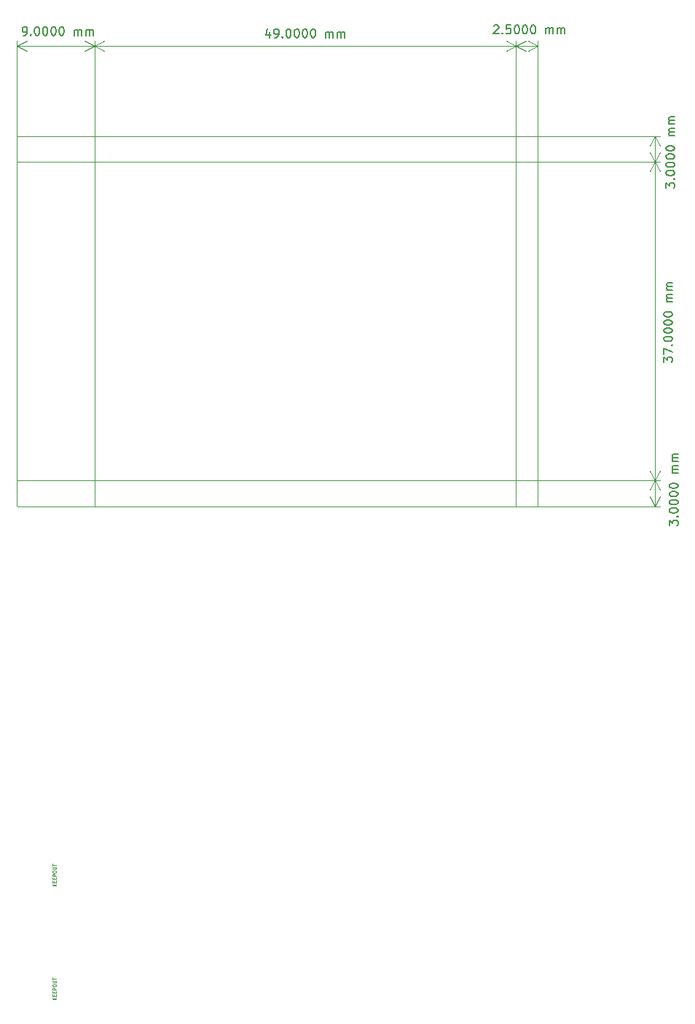
<source format=gbr>
%TF.GenerationSoftware,KiCad,Pcbnew,8.0.8*%
%TF.CreationDate,2025-07-25T09:34:49+01:00*%
%TF.ProjectId,oscar_components,6f736361-725f-4636-9f6d-706f6e656e74,rev?*%
%TF.SameCoordinates,Original*%
%TF.FileFunction,Other,Comment*%
%FSLAX46Y46*%
G04 Gerber Fmt 4.6, Leading zero omitted, Abs format (unit mm)*
G04 Created by KiCad (PCBNEW 8.0.8) date 2025-07-25 09:34:49*
%MOMM*%
%LPD*%
G01*
G04 APERTURE LIST*
%ADD10C,0.150000*%
%ADD11C,0.051000*%
%ADD12C,0.120000*%
G04 APERTURE END LIST*
D10*
X179054819Y-91390475D02*
X179054819Y-90771428D01*
X179054819Y-90771428D02*
X179435771Y-91104761D01*
X179435771Y-91104761D02*
X179435771Y-90961904D01*
X179435771Y-90961904D02*
X179483390Y-90866666D01*
X179483390Y-90866666D02*
X179531009Y-90819047D01*
X179531009Y-90819047D02*
X179626247Y-90771428D01*
X179626247Y-90771428D02*
X179864342Y-90771428D01*
X179864342Y-90771428D02*
X179959580Y-90819047D01*
X179959580Y-90819047D02*
X180007200Y-90866666D01*
X180007200Y-90866666D02*
X180054819Y-90961904D01*
X180054819Y-90961904D02*
X180054819Y-91247618D01*
X180054819Y-91247618D02*
X180007200Y-91342856D01*
X180007200Y-91342856D02*
X179959580Y-91390475D01*
X179959580Y-90342856D02*
X180007200Y-90295237D01*
X180007200Y-90295237D02*
X180054819Y-90342856D01*
X180054819Y-90342856D02*
X180007200Y-90390475D01*
X180007200Y-90390475D02*
X179959580Y-90342856D01*
X179959580Y-90342856D02*
X180054819Y-90342856D01*
X179054819Y-89676190D02*
X179054819Y-89580952D01*
X179054819Y-89580952D02*
X179102438Y-89485714D01*
X179102438Y-89485714D02*
X179150057Y-89438095D01*
X179150057Y-89438095D02*
X179245295Y-89390476D01*
X179245295Y-89390476D02*
X179435771Y-89342857D01*
X179435771Y-89342857D02*
X179673866Y-89342857D01*
X179673866Y-89342857D02*
X179864342Y-89390476D01*
X179864342Y-89390476D02*
X179959580Y-89438095D01*
X179959580Y-89438095D02*
X180007200Y-89485714D01*
X180007200Y-89485714D02*
X180054819Y-89580952D01*
X180054819Y-89580952D02*
X180054819Y-89676190D01*
X180054819Y-89676190D02*
X180007200Y-89771428D01*
X180007200Y-89771428D02*
X179959580Y-89819047D01*
X179959580Y-89819047D02*
X179864342Y-89866666D01*
X179864342Y-89866666D02*
X179673866Y-89914285D01*
X179673866Y-89914285D02*
X179435771Y-89914285D01*
X179435771Y-89914285D02*
X179245295Y-89866666D01*
X179245295Y-89866666D02*
X179150057Y-89819047D01*
X179150057Y-89819047D02*
X179102438Y-89771428D01*
X179102438Y-89771428D02*
X179054819Y-89676190D01*
X179054819Y-88723809D02*
X179054819Y-88628571D01*
X179054819Y-88628571D02*
X179102438Y-88533333D01*
X179102438Y-88533333D02*
X179150057Y-88485714D01*
X179150057Y-88485714D02*
X179245295Y-88438095D01*
X179245295Y-88438095D02*
X179435771Y-88390476D01*
X179435771Y-88390476D02*
X179673866Y-88390476D01*
X179673866Y-88390476D02*
X179864342Y-88438095D01*
X179864342Y-88438095D02*
X179959580Y-88485714D01*
X179959580Y-88485714D02*
X180007200Y-88533333D01*
X180007200Y-88533333D02*
X180054819Y-88628571D01*
X180054819Y-88628571D02*
X180054819Y-88723809D01*
X180054819Y-88723809D02*
X180007200Y-88819047D01*
X180007200Y-88819047D02*
X179959580Y-88866666D01*
X179959580Y-88866666D02*
X179864342Y-88914285D01*
X179864342Y-88914285D02*
X179673866Y-88961904D01*
X179673866Y-88961904D02*
X179435771Y-88961904D01*
X179435771Y-88961904D02*
X179245295Y-88914285D01*
X179245295Y-88914285D02*
X179150057Y-88866666D01*
X179150057Y-88866666D02*
X179102438Y-88819047D01*
X179102438Y-88819047D02*
X179054819Y-88723809D01*
X179054819Y-87771428D02*
X179054819Y-87676190D01*
X179054819Y-87676190D02*
X179102438Y-87580952D01*
X179102438Y-87580952D02*
X179150057Y-87533333D01*
X179150057Y-87533333D02*
X179245295Y-87485714D01*
X179245295Y-87485714D02*
X179435771Y-87438095D01*
X179435771Y-87438095D02*
X179673866Y-87438095D01*
X179673866Y-87438095D02*
X179864342Y-87485714D01*
X179864342Y-87485714D02*
X179959580Y-87533333D01*
X179959580Y-87533333D02*
X180007200Y-87580952D01*
X180007200Y-87580952D02*
X180054819Y-87676190D01*
X180054819Y-87676190D02*
X180054819Y-87771428D01*
X180054819Y-87771428D02*
X180007200Y-87866666D01*
X180007200Y-87866666D02*
X179959580Y-87914285D01*
X179959580Y-87914285D02*
X179864342Y-87961904D01*
X179864342Y-87961904D02*
X179673866Y-88009523D01*
X179673866Y-88009523D02*
X179435771Y-88009523D01*
X179435771Y-88009523D02*
X179245295Y-87961904D01*
X179245295Y-87961904D02*
X179150057Y-87914285D01*
X179150057Y-87914285D02*
X179102438Y-87866666D01*
X179102438Y-87866666D02*
X179054819Y-87771428D01*
X179054819Y-86819047D02*
X179054819Y-86723809D01*
X179054819Y-86723809D02*
X179102438Y-86628571D01*
X179102438Y-86628571D02*
X179150057Y-86580952D01*
X179150057Y-86580952D02*
X179245295Y-86533333D01*
X179245295Y-86533333D02*
X179435771Y-86485714D01*
X179435771Y-86485714D02*
X179673866Y-86485714D01*
X179673866Y-86485714D02*
X179864342Y-86533333D01*
X179864342Y-86533333D02*
X179959580Y-86580952D01*
X179959580Y-86580952D02*
X180007200Y-86628571D01*
X180007200Y-86628571D02*
X180054819Y-86723809D01*
X180054819Y-86723809D02*
X180054819Y-86819047D01*
X180054819Y-86819047D02*
X180007200Y-86914285D01*
X180007200Y-86914285D02*
X179959580Y-86961904D01*
X179959580Y-86961904D02*
X179864342Y-87009523D01*
X179864342Y-87009523D02*
X179673866Y-87057142D01*
X179673866Y-87057142D02*
X179435771Y-87057142D01*
X179435771Y-87057142D02*
X179245295Y-87009523D01*
X179245295Y-87009523D02*
X179150057Y-86961904D01*
X179150057Y-86961904D02*
X179102438Y-86914285D01*
X179102438Y-86914285D02*
X179054819Y-86819047D01*
X180054819Y-85295237D02*
X179388152Y-85295237D01*
X179483390Y-85295237D02*
X179435771Y-85247618D01*
X179435771Y-85247618D02*
X179388152Y-85152380D01*
X179388152Y-85152380D02*
X179388152Y-85009523D01*
X179388152Y-85009523D02*
X179435771Y-84914285D01*
X179435771Y-84914285D02*
X179531009Y-84866666D01*
X179531009Y-84866666D02*
X180054819Y-84866666D01*
X179531009Y-84866666D02*
X179435771Y-84819047D01*
X179435771Y-84819047D02*
X179388152Y-84723809D01*
X179388152Y-84723809D02*
X179388152Y-84580952D01*
X179388152Y-84580952D02*
X179435771Y-84485713D01*
X179435771Y-84485713D02*
X179531009Y-84438094D01*
X179531009Y-84438094D02*
X180054819Y-84438094D01*
X180054819Y-83961904D02*
X179388152Y-83961904D01*
X179483390Y-83961904D02*
X179435771Y-83914285D01*
X179435771Y-83914285D02*
X179388152Y-83819047D01*
X179388152Y-83819047D02*
X179388152Y-83676190D01*
X179388152Y-83676190D02*
X179435771Y-83580952D01*
X179435771Y-83580952D02*
X179531009Y-83533333D01*
X179531009Y-83533333D02*
X180054819Y-83533333D01*
X179531009Y-83533333D02*
X179435771Y-83485714D01*
X179435771Y-83485714D02*
X179388152Y-83390476D01*
X179388152Y-83390476D02*
X179388152Y-83247619D01*
X179388152Y-83247619D02*
X179435771Y-83152380D01*
X179435771Y-83152380D02*
X179531009Y-83104761D01*
X179531009Y-83104761D02*
X180054819Y-83104761D01*
X132607143Y-34038152D02*
X132607143Y-34704819D01*
X132369048Y-33657200D02*
X132130953Y-34371485D01*
X132130953Y-34371485D02*
X132750000Y-34371485D01*
X133178572Y-34704819D02*
X133369048Y-34704819D01*
X133369048Y-34704819D02*
X133464286Y-34657200D01*
X133464286Y-34657200D02*
X133511905Y-34609580D01*
X133511905Y-34609580D02*
X133607143Y-34466723D01*
X133607143Y-34466723D02*
X133654762Y-34276247D01*
X133654762Y-34276247D02*
X133654762Y-33895295D01*
X133654762Y-33895295D02*
X133607143Y-33800057D01*
X133607143Y-33800057D02*
X133559524Y-33752438D01*
X133559524Y-33752438D02*
X133464286Y-33704819D01*
X133464286Y-33704819D02*
X133273810Y-33704819D01*
X133273810Y-33704819D02*
X133178572Y-33752438D01*
X133178572Y-33752438D02*
X133130953Y-33800057D01*
X133130953Y-33800057D02*
X133083334Y-33895295D01*
X133083334Y-33895295D02*
X133083334Y-34133390D01*
X133083334Y-34133390D02*
X133130953Y-34228628D01*
X133130953Y-34228628D02*
X133178572Y-34276247D01*
X133178572Y-34276247D02*
X133273810Y-34323866D01*
X133273810Y-34323866D02*
X133464286Y-34323866D01*
X133464286Y-34323866D02*
X133559524Y-34276247D01*
X133559524Y-34276247D02*
X133607143Y-34228628D01*
X133607143Y-34228628D02*
X133654762Y-34133390D01*
X134083334Y-34609580D02*
X134130953Y-34657200D01*
X134130953Y-34657200D02*
X134083334Y-34704819D01*
X134083334Y-34704819D02*
X134035715Y-34657200D01*
X134035715Y-34657200D02*
X134083334Y-34609580D01*
X134083334Y-34609580D02*
X134083334Y-34704819D01*
X134750000Y-33704819D02*
X134845238Y-33704819D01*
X134845238Y-33704819D02*
X134940476Y-33752438D01*
X134940476Y-33752438D02*
X134988095Y-33800057D01*
X134988095Y-33800057D02*
X135035714Y-33895295D01*
X135035714Y-33895295D02*
X135083333Y-34085771D01*
X135083333Y-34085771D02*
X135083333Y-34323866D01*
X135083333Y-34323866D02*
X135035714Y-34514342D01*
X135035714Y-34514342D02*
X134988095Y-34609580D01*
X134988095Y-34609580D02*
X134940476Y-34657200D01*
X134940476Y-34657200D02*
X134845238Y-34704819D01*
X134845238Y-34704819D02*
X134750000Y-34704819D01*
X134750000Y-34704819D02*
X134654762Y-34657200D01*
X134654762Y-34657200D02*
X134607143Y-34609580D01*
X134607143Y-34609580D02*
X134559524Y-34514342D01*
X134559524Y-34514342D02*
X134511905Y-34323866D01*
X134511905Y-34323866D02*
X134511905Y-34085771D01*
X134511905Y-34085771D02*
X134559524Y-33895295D01*
X134559524Y-33895295D02*
X134607143Y-33800057D01*
X134607143Y-33800057D02*
X134654762Y-33752438D01*
X134654762Y-33752438D02*
X134750000Y-33704819D01*
X135702381Y-33704819D02*
X135797619Y-33704819D01*
X135797619Y-33704819D02*
X135892857Y-33752438D01*
X135892857Y-33752438D02*
X135940476Y-33800057D01*
X135940476Y-33800057D02*
X135988095Y-33895295D01*
X135988095Y-33895295D02*
X136035714Y-34085771D01*
X136035714Y-34085771D02*
X136035714Y-34323866D01*
X136035714Y-34323866D02*
X135988095Y-34514342D01*
X135988095Y-34514342D02*
X135940476Y-34609580D01*
X135940476Y-34609580D02*
X135892857Y-34657200D01*
X135892857Y-34657200D02*
X135797619Y-34704819D01*
X135797619Y-34704819D02*
X135702381Y-34704819D01*
X135702381Y-34704819D02*
X135607143Y-34657200D01*
X135607143Y-34657200D02*
X135559524Y-34609580D01*
X135559524Y-34609580D02*
X135511905Y-34514342D01*
X135511905Y-34514342D02*
X135464286Y-34323866D01*
X135464286Y-34323866D02*
X135464286Y-34085771D01*
X135464286Y-34085771D02*
X135511905Y-33895295D01*
X135511905Y-33895295D02*
X135559524Y-33800057D01*
X135559524Y-33800057D02*
X135607143Y-33752438D01*
X135607143Y-33752438D02*
X135702381Y-33704819D01*
X136654762Y-33704819D02*
X136750000Y-33704819D01*
X136750000Y-33704819D02*
X136845238Y-33752438D01*
X136845238Y-33752438D02*
X136892857Y-33800057D01*
X136892857Y-33800057D02*
X136940476Y-33895295D01*
X136940476Y-33895295D02*
X136988095Y-34085771D01*
X136988095Y-34085771D02*
X136988095Y-34323866D01*
X136988095Y-34323866D02*
X136940476Y-34514342D01*
X136940476Y-34514342D02*
X136892857Y-34609580D01*
X136892857Y-34609580D02*
X136845238Y-34657200D01*
X136845238Y-34657200D02*
X136750000Y-34704819D01*
X136750000Y-34704819D02*
X136654762Y-34704819D01*
X136654762Y-34704819D02*
X136559524Y-34657200D01*
X136559524Y-34657200D02*
X136511905Y-34609580D01*
X136511905Y-34609580D02*
X136464286Y-34514342D01*
X136464286Y-34514342D02*
X136416667Y-34323866D01*
X136416667Y-34323866D02*
X136416667Y-34085771D01*
X136416667Y-34085771D02*
X136464286Y-33895295D01*
X136464286Y-33895295D02*
X136511905Y-33800057D01*
X136511905Y-33800057D02*
X136559524Y-33752438D01*
X136559524Y-33752438D02*
X136654762Y-33704819D01*
X137607143Y-33704819D02*
X137702381Y-33704819D01*
X137702381Y-33704819D02*
X137797619Y-33752438D01*
X137797619Y-33752438D02*
X137845238Y-33800057D01*
X137845238Y-33800057D02*
X137892857Y-33895295D01*
X137892857Y-33895295D02*
X137940476Y-34085771D01*
X137940476Y-34085771D02*
X137940476Y-34323866D01*
X137940476Y-34323866D02*
X137892857Y-34514342D01*
X137892857Y-34514342D02*
X137845238Y-34609580D01*
X137845238Y-34609580D02*
X137797619Y-34657200D01*
X137797619Y-34657200D02*
X137702381Y-34704819D01*
X137702381Y-34704819D02*
X137607143Y-34704819D01*
X137607143Y-34704819D02*
X137511905Y-34657200D01*
X137511905Y-34657200D02*
X137464286Y-34609580D01*
X137464286Y-34609580D02*
X137416667Y-34514342D01*
X137416667Y-34514342D02*
X137369048Y-34323866D01*
X137369048Y-34323866D02*
X137369048Y-34085771D01*
X137369048Y-34085771D02*
X137416667Y-33895295D01*
X137416667Y-33895295D02*
X137464286Y-33800057D01*
X137464286Y-33800057D02*
X137511905Y-33752438D01*
X137511905Y-33752438D02*
X137607143Y-33704819D01*
X139130953Y-34704819D02*
X139130953Y-34038152D01*
X139130953Y-34133390D02*
X139178572Y-34085771D01*
X139178572Y-34085771D02*
X139273810Y-34038152D01*
X139273810Y-34038152D02*
X139416667Y-34038152D01*
X139416667Y-34038152D02*
X139511905Y-34085771D01*
X139511905Y-34085771D02*
X139559524Y-34181009D01*
X139559524Y-34181009D02*
X139559524Y-34704819D01*
X139559524Y-34181009D02*
X139607143Y-34085771D01*
X139607143Y-34085771D02*
X139702381Y-34038152D01*
X139702381Y-34038152D02*
X139845238Y-34038152D01*
X139845238Y-34038152D02*
X139940477Y-34085771D01*
X139940477Y-34085771D02*
X139988096Y-34181009D01*
X139988096Y-34181009D02*
X139988096Y-34704819D01*
X140464286Y-34704819D02*
X140464286Y-34038152D01*
X140464286Y-34133390D02*
X140511905Y-34085771D01*
X140511905Y-34085771D02*
X140607143Y-34038152D01*
X140607143Y-34038152D02*
X140750000Y-34038152D01*
X140750000Y-34038152D02*
X140845238Y-34085771D01*
X140845238Y-34085771D02*
X140892857Y-34181009D01*
X140892857Y-34181009D02*
X140892857Y-34704819D01*
X140892857Y-34181009D02*
X140940476Y-34085771D01*
X140940476Y-34085771D02*
X141035714Y-34038152D01*
X141035714Y-34038152D02*
X141178571Y-34038152D01*
X141178571Y-34038152D02*
X141273810Y-34085771D01*
X141273810Y-34085771D02*
X141321429Y-34181009D01*
X141321429Y-34181009D02*
X141321429Y-34704819D01*
X103952381Y-34454819D02*
X104142857Y-34454819D01*
X104142857Y-34454819D02*
X104238095Y-34407200D01*
X104238095Y-34407200D02*
X104285714Y-34359580D01*
X104285714Y-34359580D02*
X104380952Y-34216723D01*
X104380952Y-34216723D02*
X104428571Y-34026247D01*
X104428571Y-34026247D02*
X104428571Y-33645295D01*
X104428571Y-33645295D02*
X104380952Y-33550057D01*
X104380952Y-33550057D02*
X104333333Y-33502438D01*
X104333333Y-33502438D02*
X104238095Y-33454819D01*
X104238095Y-33454819D02*
X104047619Y-33454819D01*
X104047619Y-33454819D02*
X103952381Y-33502438D01*
X103952381Y-33502438D02*
X103904762Y-33550057D01*
X103904762Y-33550057D02*
X103857143Y-33645295D01*
X103857143Y-33645295D02*
X103857143Y-33883390D01*
X103857143Y-33883390D02*
X103904762Y-33978628D01*
X103904762Y-33978628D02*
X103952381Y-34026247D01*
X103952381Y-34026247D02*
X104047619Y-34073866D01*
X104047619Y-34073866D02*
X104238095Y-34073866D01*
X104238095Y-34073866D02*
X104333333Y-34026247D01*
X104333333Y-34026247D02*
X104380952Y-33978628D01*
X104380952Y-33978628D02*
X104428571Y-33883390D01*
X104857143Y-34359580D02*
X104904762Y-34407200D01*
X104904762Y-34407200D02*
X104857143Y-34454819D01*
X104857143Y-34454819D02*
X104809524Y-34407200D01*
X104809524Y-34407200D02*
X104857143Y-34359580D01*
X104857143Y-34359580D02*
X104857143Y-34454819D01*
X105523809Y-33454819D02*
X105619047Y-33454819D01*
X105619047Y-33454819D02*
X105714285Y-33502438D01*
X105714285Y-33502438D02*
X105761904Y-33550057D01*
X105761904Y-33550057D02*
X105809523Y-33645295D01*
X105809523Y-33645295D02*
X105857142Y-33835771D01*
X105857142Y-33835771D02*
X105857142Y-34073866D01*
X105857142Y-34073866D02*
X105809523Y-34264342D01*
X105809523Y-34264342D02*
X105761904Y-34359580D01*
X105761904Y-34359580D02*
X105714285Y-34407200D01*
X105714285Y-34407200D02*
X105619047Y-34454819D01*
X105619047Y-34454819D02*
X105523809Y-34454819D01*
X105523809Y-34454819D02*
X105428571Y-34407200D01*
X105428571Y-34407200D02*
X105380952Y-34359580D01*
X105380952Y-34359580D02*
X105333333Y-34264342D01*
X105333333Y-34264342D02*
X105285714Y-34073866D01*
X105285714Y-34073866D02*
X105285714Y-33835771D01*
X105285714Y-33835771D02*
X105333333Y-33645295D01*
X105333333Y-33645295D02*
X105380952Y-33550057D01*
X105380952Y-33550057D02*
X105428571Y-33502438D01*
X105428571Y-33502438D02*
X105523809Y-33454819D01*
X106476190Y-33454819D02*
X106571428Y-33454819D01*
X106571428Y-33454819D02*
X106666666Y-33502438D01*
X106666666Y-33502438D02*
X106714285Y-33550057D01*
X106714285Y-33550057D02*
X106761904Y-33645295D01*
X106761904Y-33645295D02*
X106809523Y-33835771D01*
X106809523Y-33835771D02*
X106809523Y-34073866D01*
X106809523Y-34073866D02*
X106761904Y-34264342D01*
X106761904Y-34264342D02*
X106714285Y-34359580D01*
X106714285Y-34359580D02*
X106666666Y-34407200D01*
X106666666Y-34407200D02*
X106571428Y-34454819D01*
X106571428Y-34454819D02*
X106476190Y-34454819D01*
X106476190Y-34454819D02*
X106380952Y-34407200D01*
X106380952Y-34407200D02*
X106333333Y-34359580D01*
X106333333Y-34359580D02*
X106285714Y-34264342D01*
X106285714Y-34264342D02*
X106238095Y-34073866D01*
X106238095Y-34073866D02*
X106238095Y-33835771D01*
X106238095Y-33835771D02*
X106285714Y-33645295D01*
X106285714Y-33645295D02*
X106333333Y-33550057D01*
X106333333Y-33550057D02*
X106380952Y-33502438D01*
X106380952Y-33502438D02*
X106476190Y-33454819D01*
X107428571Y-33454819D02*
X107523809Y-33454819D01*
X107523809Y-33454819D02*
X107619047Y-33502438D01*
X107619047Y-33502438D02*
X107666666Y-33550057D01*
X107666666Y-33550057D02*
X107714285Y-33645295D01*
X107714285Y-33645295D02*
X107761904Y-33835771D01*
X107761904Y-33835771D02*
X107761904Y-34073866D01*
X107761904Y-34073866D02*
X107714285Y-34264342D01*
X107714285Y-34264342D02*
X107666666Y-34359580D01*
X107666666Y-34359580D02*
X107619047Y-34407200D01*
X107619047Y-34407200D02*
X107523809Y-34454819D01*
X107523809Y-34454819D02*
X107428571Y-34454819D01*
X107428571Y-34454819D02*
X107333333Y-34407200D01*
X107333333Y-34407200D02*
X107285714Y-34359580D01*
X107285714Y-34359580D02*
X107238095Y-34264342D01*
X107238095Y-34264342D02*
X107190476Y-34073866D01*
X107190476Y-34073866D02*
X107190476Y-33835771D01*
X107190476Y-33835771D02*
X107238095Y-33645295D01*
X107238095Y-33645295D02*
X107285714Y-33550057D01*
X107285714Y-33550057D02*
X107333333Y-33502438D01*
X107333333Y-33502438D02*
X107428571Y-33454819D01*
X108380952Y-33454819D02*
X108476190Y-33454819D01*
X108476190Y-33454819D02*
X108571428Y-33502438D01*
X108571428Y-33502438D02*
X108619047Y-33550057D01*
X108619047Y-33550057D02*
X108666666Y-33645295D01*
X108666666Y-33645295D02*
X108714285Y-33835771D01*
X108714285Y-33835771D02*
X108714285Y-34073866D01*
X108714285Y-34073866D02*
X108666666Y-34264342D01*
X108666666Y-34264342D02*
X108619047Y-34359580D01*
X108619047Y-34359580D02*
X108571428Y-34407200D01*
X108571428Y-34407200D02*
X108476190Y-34454819D01*
X108476190Y-34454819D02*
X108380952Y-34454819D01*
X108380952Y-34454819D02*
X108285714Y-34407200D01*
X108285714Y-34407200D02*
X108238095Y-34359580D01*
X108238095Y-34359580D02*
X108190476Y-34264342D01*
X108190476Y-34264342D02*
X108142857Y-34073866D01*
X108142857Y-34073866D02*
X108142857Y-33835771D01*
X108142857Y-33835771D02*
X108190476Y-33645295D01*
X108190476Y-33645295D02*
X108238095Y-33550057D01*
X108238095Y-33550057D02*
X108285714Y-33502438D01*
X108285714Y-33502438D02*
X108380952Y-33454819D01*
X109904762Y-34454819D02*
X109904762Y-33788152D01*
X109904762Y-33883390D02*
X109952381Y-33835771D01*
X109952381Y-33835771D02*
X110047619Y-33788152D01*
X110047619Y-33788152D02*
X110190476Y-33788152D01*
X110190476Y-33788152D02*
X110285714Y-33835771D01*
X110285714Y-33835771D02*
X110333333Y-33931009D01*
X110333333Y-33931009D02*
X110333333Y-34454819D01*
X110333333Y-33931009D02*
X110380952Y-33835771D01*
X110380952Y-33835771D02*
X110476190Y-33788152D01*
X110476190Y-33788152D02*
X110619047Y-33788152D01*
X110619047Y-33788152D02*
X110714286Y-33835771D01*
X110714286Y-33835771D02*
X110761905Y-33931009D01*
X110761905Y-33931009D02*
X110761905Y-34454819D01*
X111238095Y-34454819D02*
X111238095Y-33788152D01*
X111238095Y-33883390D02*
X111285714Y-33835771D01*
X111285714Y-33835771D02*
X111380952Y-33788152D01*
X111380952Y-33788152D02*
X111523809Y-33788152D01*
X111523809Y-33788152D02*
X111619047Y-33835771D01*
X111619047Y-33835771D02*
X111666666Y-33931009D01*
X111666666Y-33931009D02*
X111666666Y-34454819D01*
X111666666Y-33931009D02*
X111714285Y-33835771D01*
X111714285Y-33835771D02*
X111809523Y-33788152D01*
X111809523Y-33788152D02*
X111952380Y-33788152D01*
X111952380Y-33788152D02*
X112047619Y-33835771D01*
X112047619Y-33835771D02*
X112095238Y-33931009D01*
X112095238Y-33931009D02*
X112095238Y-34454819D01*
X178654819Y-52190475D02*
X178654819Y-51571428D01*
X178654819Y-51571428D02*
X179035771Y-51904761D01*
X179035771Y-51904761D02*
X179035771Y-51761904D01*
X179035771Y-51761904D02*
X179083390Y-51666666D01*
X179083390Y-51666666D02*
X179131009Y-51619047D01*
X179131009Y-51619047D02*
X179226247Y-51571428D01*
X179226247Y-51571428D02*
X179464342Y-51571428D01*
X179464342Y-51571428D02*
X179559580Y-51619047D01*
X179559580Y-51619047D02*
X179607200Y-51666666D01*
X179607200Y-51666666D02*
X179654819Y-51761904D01*
X179654819Y-51761904D02*
X179654819Y-52047618D01*
X179654819Y-52047618D02*
X179607200Y-52142856D01*
X179607200Y-52142856D02*
X179559580Y-52190475D01*
X179559580Y-51142856D02*
X179607200Y-51095237D01*
X179607200Y-51095237D02*
X179654819Y-51142856D01*
X179654819Y-51142856D02*
X179607200Y-51190475D01*
X179607200Y-51190475D02*
X179559580Y-51142856D01*
X179559580Y-51142856D02*
X179654819Y-51142856D01*
X178654819Y-50476190D02*
X178654819Y-50380952D01*
X178654819Y-50380952D02*
X178702438Y-50285714D01*
X178702438Y-50285714D02*
X178750057Y-50238095D01*
X178750057Y-50238095D02*
X178845295Y-50190476D01*
X178845295Y-50190476D02*
X179035771Y-50142857D01*
X179035771Y-50142857D02*
X179273866Y-50142857D01*
X179273866Y-50142857D02*
X179464342Y-50190476D01*
X179464342Y-50190476D02*
X179559580Y-50238095D01*
X179559580Y-50238095D02*
X179607200Y-50285714D01*
X179607200Y-50285714D02*
X179654819Y-50380952D01*
X179654819Y-50380952D02*
X179654819Y-50476190D01*
X179654819Y-50476190D02*
X179607200Y-50571428D01*
X179607200Y-50571428D02*
X179559580Y-50619047D01*
X179559580Y-50619047D02*
X179464342Y-50666666D01*
X179464342Y-50666666D02*
X179273866Y-50714285D01*
X179273866Y-50714285D02*
X179035771Y-50714285D01*
X179035771Y-50714285D02*
X178845295Y-50666666D01*
X178845295Y-50666666D02*
X178750057Y-50619047D01*
X178750057Y-50619047D02*
X178702438Y-50571428D01*
X178702438Y-50571428D02*
X178654819Y-50476190D01*
X178654819Y-49523809D02*
X178654819Y-49428571D01*
X178654819Y-49428571D02*
X178702438Y-49333333D01*
X178702438Y-49333333D02*
X178750057Y-49285714D01*
X178750057Y-49285714D02*
X178845295Y-49238095D01*
X178845295Y-49238095D02*
X179035771Y-49190476D01*
X179035771Y-49190476D02*
X179273866Y-49190476D01*
X179273866Y-49190476D02*
X179464342Y-49238095D01*
X179464342Y-49238095D02*
X179559580Y-49285714D01*
X179559580Y-49285714D02*
X179607200Y-49333333D01*
X179607200Y-49333333D02*
X179654819Y-49428571D01*
X179654819Y-49428571D02*
X179654819Y-49523809D01*
X179654819Y-49523809D02*
X179607200Y-49619047D01*
X179607200Y-49619047D02*
X179559580Y-49666666D01*
X179559580Y-49666666D02*
X179464342Y-49714285D01*
X179464342Y-49714285D02*
X179273866Y-49761904D01*
X179273866Y-49761904D02*
X179035771Y-49761904D01*
X179035771Y-49761904D02*
X178845295Y-49714285D01*
X178845295Y-49714285D02*
X178750057Y-49666666D01*
X178750057Y-49666666D02*
X178702438Y-49619047D01*
X178702438Y-49619047D02*
X178654819Y-49523809D01*
X178654819Y-48571428D02*
X178654819Y-48476190D01*
X178654819Y-48476190D02*
X178702438Y-48380952D01*
X178702438Y-48380952D02*
X178750057Y-48333333D01*
X178750057Y-48333333D02*
X178845295Y-48285714D01*
X178845295Y-48285714D02*
X179035771Y-48238095D01*
X179035771Y-48238095D02*
X179273866Y-48238095D01*
X179273866Y-48238095D02*
X179464342Y-48285714D01*
X179464342Y-48285714D02*
X179559580Y-48333333D01*
X179559580Y-48333333D02*
X179607200Y-48380952D01*
X179607200Y-48380952D02*
X179654819Y-48476190D01*
X179654819Y-48476190D02*
X179654819Y-48571428D01*
X179654819Y-48571428D02*
X179607200Y-48666666D01*
X179607200Y-48666666D02*
X179559580Y-48714285D01*
X179559580Y-48714285D02*
X179464342Y-48761904D01*
X179464342Y-48761904D02*
X179273866Y-48809523D01*
X179273866Y-48809523D02*
X179035771Y-48809523D01*
X179035771Y-48809523D02*
X178845295Y-48761904D01*
X178845295Y-48761904D02*
X178750057Y-48714285D01*
X178750057Y-48714285D02*
X178702438Y-48666666D01*
X178702438Y-48666666D02*
X178654819Y-48571428D01*
X178654819Y-47619047D02*
X178654819Y-47523809D01*
X178654819Y-47523809D02*
X178702438Y-47428571D01*
X178702438Y-47428571D02*
X178750057Y-47380952D01*
X178750057Y-47380952D02*
X178845295Y-47333333D01*
X178845295Y-47333333D02*
X179035771Y-47285714D01*
X179035771Y-47285714D02*
X179273866Y-47285714D01*
X179273866Y-47285714D02*
X179464342Y-47333333D01*
X179464342Y-47333333D02*
X179559580Y-47380952D01*
X179559580Y-47380952D02*
X179607200Y-47428571D01*
X179607200Y-47428571D02*
X179654819Y-47523809D01*
X179654819Y-47523809D02*
X179654819Y-47619047D01*
X179654819Y-47619047D02*
X179607200Y-47714285D01*
X179607200Y-47714285D02*
X179559580Y-47761904D01*
X179559580Y-47761904D02*
X179464342Y-47809523D01*
X179464342Y-47809523D02*
X179273866Y-47857142D01*
X179273866Y-47857142D02*
X179035771Y-47857142D01*
X179035771Y-47857142D02*
X178845295Y-47809523D01*
X178845295Y-47809523D02*
X178750057Y-47761904D01*
X178750057Y-47761904D02*
X178702438Y-47714285D01*
X178702438Y-47714285D02*
X178654819Y-47619047D01*
X179654819Y-46095237D02*
X178988152Y-46095237D01*
X179083390Y-46095237D02*
X179035771Y-46047618D01*
X179035771Y-46047618D02*
X178988152Y-45952380D01*
X178988152Y-45952380D02*
X178988152Y-45809523D01*
X178988152Y-45809523D02*
X179035771Y-45714285D01*
X179035771Y-45714285D02*
X179131009Y-45666666D01*
X179131009Y-45666666D02*
X179654819Y-45666666D01*
X179131009Y-45666666D02*
X179035771Y-45619047D01*
X179035771Y-45619047D02*
X178988152Y-45523809D01*
X178988152Y-45523809D02*
X178988152Y-45380952D01*
X178988152Y-45380952D02*
X179035771Y-45285713D01*
X179035771Y-45285713D02*
X179131009Y-45238094D01*
X179131009Y-45238094D02*
X179654819Y-45238094D01*
X179654819Y-44761904D02*
X178988152Y-44761904D01*
X179083390Y-44761904D02*
X179035771Y-44714285D01*
X179035771Y-44714285D02*
X178988152Y-44619047D01*
X178988152Y-44619047D02*
X178988152Y-44476190D01*
X178988152Y-44476190D02*
X179035771Y-44380952D01*
X179035771Y-44380952D02*
X179131009Y-44333333D01*
X179131009Y-44333333D02*
X179654819Y-44333333D01*
X179131009Y-44333333D02*
X179035771Y-44285714D01*
X179035771Y-44285714D02*
X178988152Y-44190476D01*
X178988152Y-44190476D02*
X178988152Y-44047619D01*
X178988152Y-44047619D02*
X179035771Y-43952380D01*
X179035771Y-43952380D02*
X179131009Y-43904761D01*
X179131009Y-43904761D02*
X179654819Y-43904761D01*
X178404819Y-72416665D02*
X178404819Y-71797618D01*
X178404819Y-71797618D02*
X178785771Y-72130951D01*
X178785771Y-72130951D02*
X178785771Y-71988094D01*
X178785771Y-71988094D02*
X178833390Y-71892856D01*
X178833390Y-71892856D02*
X178881009Y-71845237D01*
X178881009Y-71845237D02*
X178976247Y-71797618D01*
X178976247Y-71797618D02*
X179214342Y-71797618D01*
X179214342Y-71797618D02*
X179309580Y-71845237D01*
X179309580Y-71845237D02*
X179357200Y-71892856D01*
X179357200Y-71892856D02*
X179404819Y-71988094D01*
X179404819Y-71988094D02*
X179404819Y-72273808D01*
X179404819Y-72273808D02*
X179357200Y-72369046D01*
X179357200Y-72369046D02*
X179309580Y-72416665D01*
X178404819Y-71464284D02*
X178404819Y-70797618D01*
X178404819Y-70797618D02*
X179404819Y-71226189D01*
X179309580Y-70416665D02*
X179357200Y-70369046D01*
X179357200Y-70369046D02*
X179404819Y-70416665D01*
X179404819Y-70416665D02*
X179357200Y-70464284D01*
X179357200Y-70464284D02*
X179309580Y-70416665D01*
X179309580Y-70416665D02*
X179404819Y-70416665D01*
X178404819Y-69749999D02*
X178404819Y-69654761D01*
X178404819Y-69654761D02*
X178452438Y-69559523D01*
X178452438Y-69559523D02*
X178500057Y-69511904D01*
X178500057Y-69511904D02*
X178595295Y-69464285D01*
X178595295Y-69464285D02*
X178785771Y-69416666D01*
X178785771Y-69416666D02*
X179023866Y-69416666D01*
X179023866Y-69416666D02*
X179214342Y-69464285D01*
X179214342Y-69464285D02*
X179309580Y-69511904D01*
X179309580Y-69511904D02*
X179357200Y-69559523D01*
X179357200Y-69559523D02*
X179404819Y-69654761D01*
X179404819Y-69654761D02*
X179404819Y-69749999D01*
X179404819Y-69749999D02*
X179357200Y-69845237D01*
X179357200Y-69845237D02*
X179309580Y-69892856D01*
X179309580Y-69892856D02*
X179214342Y-69940475D01*
X179214342Y-69940475D02*
X179023866Y-69988094D01*
X179023866Y-69988094D02*
X178785771Y-69988094D01*
X178785771Y-69988094D02*
X178595295Y-69940475D01*
X178595295Y-69940475D02*
X178500057Y-69892856D01*
X178500057Y-69892856D02*
X178452438Y-69845237D01*
X178452438Y-69845237D02*
X178404819Y-69749999D01*
X178404819Y-68797618D02*
X178404819Y-68702380D01*
X178404819Y-68702380D02*
X178452438Y-68607142D01*
X178452438Y-68607142D02*
X178500057Y-68559523D01*
X178500057Y-68559523D02*
X178595295Y-68511904D01*
X178595295Y-68511904D02*
X178785771Y-68464285D01*
X178785771Y-68464285D02*
X179023866Y-68464285D01*
X179023866Y-68464285D02*
X179214342Y-68511904D01*
X179214342Y-68511904D02*
X179309580Y-68559523D01*
X179309580Y-68559523D02*
X179357200Y-68607142D01*
X179357200Y-68607142D02*
X179404819Y-68702380D01*
X179404819Y-68702380D02*
X179404819Y-68797618D01*
X179404819Y-68797618D02*
X179357200Y-68892856D01*
X179357200Y-68892856D02*
X179309580Y-68940475D01*
X179309580Y-68940475D02*
X179214342Y-68988094D01*
X179214342Y-68988094D02*
X179023866Y-69035713D01*
X179023866Y-69035713D02*
X178785771Y-69035713D01*
X178785771Y-69035713D02*
X178595295Y-68988094D01*
X178595295Y-68988094D02*
X178500057Y-68940475D01*
X178500057Y-68940475D02*
X178452438Y-68892856D01*
X178452438Y-68892856D02*
X178404819Y-68797618D01*
X178404819Y-67845237D02*
X178404819Y-67749999D01*
X178404819Y-67749999D02*
X178452438Y-67654761D01*
X178452438Y-67654761D02*
X178500057Y-67607142D01*
X178500057Y-67607142D02*
X178595295Y-67559523D01*
X178595295Y-67559523D02*
X178785771Y-67511904D01*
X178785771Y-67511904D02*
X179023866Y-67511904D01*
X179023866Y-67511904D02*
X179214342Y-67559523D01*
X179214342Y-67559523D02*
X179309580Y-67607142D01*
X179309580Y-67607142D02*
X179357200Y-67654761D01*
X179357200Y-67654761D02*
X179404819Y-67749999D01*
X179404819Y-67749999D02*
X179404819Y-67845237D01*
X179404819Y-67845237D02*
X179357200Y-67940475D01*
X179357200Y-67940475D02*
X179309580Y-67988094D01*
X179309580Y-67988094D02*
X179214342Y-68035713D01*
X179214342Y-68035713D02*
X179023866Y-68083332D01*
X179023866Y-68083332D02*
X178785771Y-68083332D01*
X178785771Y-68083332D02*
X178595295Y-68035713D01*
X178595295Y-68035713D02*
X178500057Y-67988094D01*
X178500057Y-67988094D02*
X178452438Y-67940475D01*
X178452438Y-67940475D02*
X178404819Y-67845237D01*
X178404819Y-66892856D02*
X178404819Y-66797618D01*
X178404819Y-66797618D02*
X178452438Y-66702380D01*
X178452438Y-66702380D02*
X178500057Y-66654761D01*
X178500057Y-66654761D02*
X178595295Y-66607142D01*
X178595295Y-66607142D02*
X178785771Y-66559523D01*
X178785771Y-66559523D02*
X179023866Y-66559523D01*
X179023866Y-66559523D02*
X179214342Y-66607142D01*
X179214342Y-66607142D02*
X179309580Y-66654761D01*
X179309580Y-66654761D02*
X179357200Y-66702380D01*
X179357200Y-66702380D02*
X179404819Y-66797618D01*
X179404819Y-66797618D02*
X179404819Y-66892856D01*
X179404819Y-66892856D02*
X179357200Y-66988094D01*
X179357200Y-66988094D02*
X179309580Y-67035713D01*
X179309580Y-67035713D02*
X179214342Y-67083332D01*
X179214342Y-67083332D02*
X179023866Y-67130951D01*
X179023866Y-67130951D02*
X178785771Y-67130951D01*
X178785771Y-67130951D02*
X178595295Y-67083332D01*
X178595295Y-67083332D02*
X178500057Y-67035713D01*
X178500057Y-67035713D02*
X178452438Y-66988094D01*
X178452438Y-66988094D02*
X178404819Y-66892856D01*
X179404819Y-65369046D02*
X178738152Y-65369046D01*
X178833390Y-65369046D02*
X178785771Y-65321427D01*
X178785771Y-65321427D02*
X178738152Y-65226189D01*
X178738152Y-65226189D02*
X178738152Y-65083332D01*
X178738152Y-65083332D02*
X178785771Y-64988094D01*
X178785771Y-64988094D02*
X178881009Y-64940475D01*
X178881009Y-64940475D02*
X179404819Y-64940475D01*
X178881009Y-64940475D02*
X178785771Y-64892856D01*
X178785771Y-64892856D02*
X178738152Y-64797618D01*
X178738152Y-64797618D02*
X178738152Y-64654761D01*
X178738152Y-64654761D02*
X178785771Y-64559522D01*
X178785771Y-64559522D02*
X178881009Y-64511903D01*
X178881009Y-64511903D02*
X179404819Y-64511903D01*
X179404819Y-64035713D02*
X178738152Y-64035713D01*
X178833390Y-64035713D02*
X178785771Y-63988094D01*
X178785771Y-63988094D02*
X178738152Y-63892856D01*
X178738152Y-63892856D02*
X178738152Y-63749999D01*
X178738152Y-63749999D02*
X178785771Y-63654761D01*
X178785771Y-63654761D02*
X178881009Y-63607142D01*
X178881009Y-63607142D02*
X179404819Y-63607142D01*
X178881009Y-63607142D02*
X178785771Y-63559523D01*
X178785771Y-63559523D02*
X178738152Y-63464285D01*
X178738152Y-63464285D02*
X178738152Y-63321428D01*
X178738152Y-63321428D02*
X178785771Y-63226189D01*
X178785771Y-63226189D02*
X178881009Y-63178570D01*
X178881009Y-63178570D02*
X179404819Y-63178570D01*
X158657143Y-33350057D02*
X158704762Y-33302438D01*
X158704762Y-33302438D02*
X158800000Y-33254819D01*
X158800000Y-33254819D02*
X159038095Y-33254819D01*
X159038095Y-33254819D02*
X159133333Y-33302438D01*
X159133333Y-33302438D02*
X159180952Y-33350057D01*
X159180952Y-33350057D02*
X159228571Y-33445295D01*
X159228571Y-33445295D02*
X159228571Y-33540533D01*
X159228571Y-33540533D02*
X159180952Y-33683390D01*
X159180952Y-33683390D02*
X158609524Y-34254819D01*
X158609524Y-34254819D02*
X159228571Y-34254819D01*
X159657143Y-34159580D02*
X159704762Y-34207200D01*
X159704762Y-34207200D02*
X159657143Y-34254819D01*
X159657143Y-34254819D02*
X159609524Y-34207200D01*
X159609524Y-34207200D02*
X159657143Y-34159580D01*
X159657143Y-34159580D02*
X159657143Y-34254819D01*
X160609523Y-33254819D02*
X160133333Y-33254819D01*
X160133333Y-33254819D02*
X160085714Y-33731009D01*
X160085714Y-33731009D02*
X160133333Y-33683390D01*
X160133333Y-33683390D02*
X160228571Y-33635771D01*
X160228571Y-33635771D02*
X160466666Y-33635771D01*
X160466666Y-33635771D02*
X160561904Y-33683390D01*
X160561904Y-33683390D02*
X160609523Y-33731009D01*
X160609523Y-33731009D02*
X160657142Y-33826247D01*
X160657142Y-33826247D02*
X160657142Y-34064342D01*
X160657142Y-34064342D02*
X160609523Y-34159580D01*
X160609523Y-34159580D02*
X160561904Y-34207200D01*
X160561904Y-34207200D02*
X160466666Y-34254819D01*
X160466666Y-34254819D02*
X160228571Y-34254819D01*
X160228571Y-34254819D02*
X160133333Y-34207200D01*
X160133333Y-34207200D02*
X160085714Y-34159580D01*
X161276190Y-33254819D02*
X161371428Y-33254819D01*
X161371428Y-33254819D02*
X161466666Y-33302438D01*
X161466666Y-33302438D02*
X161514285Y-33350057D01*
X161514285Y-33350057D02*
X161561904Y-33445295D01*
X161561904Y-33445295D02*
X161609523Y-33635771D01*
X161609523Y-33635771D02*
X161609523Y-33873866D01*
X161609523Y-33873866D02*
X161561904Y-34064342D01*
X161561904Y-34064342D02*
X161514285Y-34159580D01*
X161514285Y-34159580D02*
X161466666Y-34207200D01*
X161466666Y-34207200D02*
X161371428Y-34254819D01*
X161371428Y-34254819D02*
X161276190Y-34254819D01*
X161276190Y-34254819D02*
X161180952Y-34207200D01*
X161180952Y-34207200D02*
X161133333Y-34159580D01*
X161133333Y-34159580D02*
X161085714Y-34064342D01*
X161085714Y-34064342D02*
X161038095Y-33873866D01*
X161038095Y-33873866D02*
X161038095Y-33635771D01*
X161038095Y-33635771D02*
X161085714Y-33445295D01*
X161085714Y-33445295D02*
X161133333Y-33350057D01*
X161133333Y-33350057D02*
X161180952Y-33302438D01*
X161180952Y-33302438D02*
X161276190Y-33254819D01*
X162228571Y-33254819D02*
X162323809Y-33254819D01*
X162323809Y-33254819D02*
X162419047Y-33302438D01*
X162419047Y-33302438D02*
X162466666Y-33350057D01*
X162466666Y-33350057D02*
X162514285Y-33445295D01*
X162514285Y-33445295D02*
X162561904Y-33635771D01*
X162561904Y-33635771D02*
X162561904Y-33873866D01*
X162561904Y-33873866D02*
X162514285Y-34064342D01*
X162514285Y-34064342D02*
X162466666Y-34159580D01*
X162466666Y-34159580D02*
X162419047Y-34207200D01*
X162419047Y-34207200D02*
X162323809Y-34254819D01*
X162323809Y-34254819D02*
X162228571Y-34254819D01*
X162228571Y-34254819D02*
X162133333Y-34207200D01*
X162133333Y-34207200D02*
X162085714Y-34159580D01*
X162085714Y-34159580D02*
X162038095Y-34064342D01*
X162038095Y-34064342D02*
X161990476Y-33873866D01*
X161990476Y-33873866D02*
X161990476Y-33635771D01*
X161990476Y-33635771D02*
X162038095Y-33445295D01*
X162038095Y-33445295D02*
X162085714Y-33350057D01*
X162085714Y-33350057D02*
X162133333Y-33302438D01*
X162133333Y-33302438D02*
X162228571Y-33254819D01*
X163180952Y-33254819D02*
X163276190Y-33254819D01*
X163276190Y-33254819D02*
X163371428Y-33302438D01*
X163371428Y-33302438D02*
X163419047Y-33350057D01*
X163419047Y-33350057D02*
X163466666Y-33445295D01*
X163466666Y-33445295D02*
X163514285Y-33635771D01*
X163514285Y-33635771D02*
X163514285Y-33873866D01*
X163514285Y-33873866D02*
X163466666Y-34064342D01*
X163466666Y-34064342D02*
X163419047Y-34159580D01*
X163419047Y-34159580D02*
X163371428Y-34207200D01*
X163371428Y-34207200D02*
X163276190Y-34254819D01*
X163276190Y-34254819D02*
X163180952Y-34254819D01*
X163180952Y-34254819D02*
X163085714Y-34207200D01*
X163085714Y-34207200D02*
X163038095Y-34159580D01*
X163038095Y-34159580D02*
X162990476Y-34064342D01*
X162990476Y-34064342D02*
X162942857Y-33873866D01*
X162942857Y-33873866D02*
X162942857Y-33635771D01*
X162942857Y-33635771D02*
X162990476Y-33445295D01*
X162990476Y-33445295D02*
X163038095Y-33350057D01*
X163038095Y-33350057D02*
X163085714Y-33302438D01*
X163085714Y-33302438D02*
X163180952Y-33254819D01*
X164704762Y-34254819D02*
X164704762Y-33588152D01*
X164704762Y-33683390D02*
X164752381Y-33635771D01*
X164752381Y-33635771D02*
X164847619Y-33588152D01*
X164847619Y-33588152D02*
X164990476Y-33588152D01*
X164990476Y-33588152D02*
X165085714Y-33635771D01*
X165085714Y-33635771D02*
X165133333Y-33731009D01*
X165133333Y-33731009D02*
X165133333Y-34254819D01*
X165133333Y-33731009D02*
X165180952Y-33635771D01*
X165180952Y-33635771D02*
X165276190Y-33588152D01*
X165276190Y-33588152D02*
X165419047Y-33588152D01*
X165419047Y-33588152D02*
X165514286Y-33635771D01*
X165514286Y-33635771D02*
X165561905Y-33731009D01*
X165561905Y-33731009D02*
X165561905Y-34254819D01*
X166038095Y-34254819D02*
X166038095Y-33588152D01*
X166038095Y-33683390D02*
X166085714Y-33635771D01*
X166085714Y-33635771D02*
X166180952Y-33588152D01*
X166180952Y-33588152D02*
X166323809Y-33588152D01*
X166323809Y-33588152D02*
X166419047Y-33635771D01*
X166419047Y-33635771D02*
X166466666Y-33731009D01*
X166466666Y-33731009D02*
X166466666Y-34254819D01*
X166466666Y-33731009D02*
X166514285Y-33635771D01*
X166514285Y-33635771D02*
X166609523Y-33588152D01*
X166609523Y-33588152D02*
X166752380Y-33588152D01*
X166752380Y-33588152D02*
X166847619Y-33635771D01*
X166847619Y-33635771D02*
X166895238Y-33731009D01*
X166895238Y-33731009D02*
X166895238Y-34254819D01*
D11*
X107782395Y-133238095D02*
X107382395Y-133238095D01*
X107782395Y-133009524D02*
X107553824Y-133180953D01*
X107382395Y-133009524D02*
X107610967Y-133238095D01*
X107572871Y-132838095D02*
X107572871Y-132704762D01*
X107782395Y-132647619D02*
X107782395Y-132838095D01*
X107782395Y-132838095D02*
X107382395Y-132838095D01*
X107382395Y-132838095D02*
X107382395Y-132647619D01*
X107572871Y-132476190D02*
X107572871Y-132342857D01*
X107782395Y-132285714D02*
X107782395Y-132476190D01*
X107782395Y-132476190D02*
X107382395Y-132476190D01*
X107382395Y-132476190D02*
X107382395Y-132285714D01*
X107782395Y-132114285D02*
X107382395Y-132114285D01*
X107382395Y-132114285D02*
X107382395Y-131961904D01*
X107382395Y-131961904D02*
X107401443Y-131923809D01*
X107401443Y-131923809D02*
X107420490Y-131904762D01*
X107420490Y-131904762D02*
X107458586Y-131885714D01*
X107458586Y-131885714D02*
X107515728Y-131885714D01*
X107515728Y-131885714D02*
X107553824Y-131904762D01*
X107553824Y-131904762D02*
X107572871Y-131923809D01*
X107572871Y-131923809D02*
X107591919Y-131961904D01*
X107591919Y-131961904D02*
X107591919Y-132114285D01*
X107382395Y-131638095D02*
X107382395Y-131561904D01*
X107382395Y-131561904D02*
X107401443Y-131523809D01*
X107401443Y-131523809D02*
X107439538Y-131485714D01*
X107439538Y-131485714D02*
X107515728Y-131466666D01*
X107515728Y-131466666D02*
X107649062Y-131466666D01*
X107649062Y-131466666D02*
X107725252Y-131485714D01*
X107725252Y-131485714D02*
X107763348Y-131523809D01*
X107763348Y-131523809D02*
X107782395Y-131561904D01*
X107782395Y-131561904D02*
X107782395Y-131638095D01*
X107782395Y-131638095D02*
X107763348Y-131676190D01*
X107763348Y-131676190D02*
X107725252Y-131714285D01*
X107725252Y-131714285D02*
X107649062Y-131733333D01*
X107649062Y-131733333D02*
X107515728Y-131733333D01*
X107515728Y-131733333D02*
X107439538Y-131714285D01*
X107439538Y-131714285D02*
X107401443Y-131676190D01*
X107401443Y-131676190D02*
X107382395Y-131638095D01*
X107382395Y-131295237D02*
X107706205Y-131295237D01*
X107706205Y-131295237D02*
X107744300Y-131276190D01*
X107744300Y-131276190D02*
X107763348Y-131257142D01*
X107763348Y-131257142D02*
X107782395Y-131219047D01*
X107782395Y-131219047D02*
X107782395Y-131142856D01*
X107782395Y-131142856D02*
X107763348Y-131104761D01*
X107763348Y-131104761D02*
X107744300Y-131085714D01*
X107744300Y-131085714D02*
X107706205Y-131066666D01*
X107706205Y-131066666D02*
X107382395Y-131066666D01*
X107382395Y-130933332D02*
X107382395Y-130704761D01*
X107782395Y-130819047D02*
X107382395Y-130819047D01*
X107782395Y-146438095D02*
X107382395Y-146438095D01*
X107782395Y-146209524D02*
X107553824Y-146380953D01*
X107382395Y-146209524D02*
X107610967Y-146438095D01*
X107572871Y-146038095D02*
X107572871Y-145904762D01*
X107782395Y-145847619D02*
X107782395Y-146038095D01*
X107782395Y-146038095D02*
X107382395Y-146038095D01*
X107382395Y-146038095D02*
X107382395Y-145847619D01*
X107572871Y-145676190D02*
X107572871Y-145542857D01*
X107782395Y-145485714D02*
X107782395Y-145676190D01*
X107782395Y-145676190D02*
X107382395Y-145676190D01*
X107382395Y-145676190D02*
X107382395Y-145485714D01*
X107782395Y-145314285D02*
X107382395Y-145314285D01*
X107382395Y-145314285D02*
X107382395Y-145161904D01*
X107382395Y-145161904D02*
X107401443Y-145123809D01*
X107401443Y-145123809D02*
X107420490Y-145104762D01*
X107420490Y-145104762D02*
X107458586Y-145085714D01*
X107458586Y-145085714D02*
X107515728Y-145085714D01*
X107515728Y-145085714D02*
X107553824Y-145104762D01*
X107553824Y-145104762D02*
X107572871Y-145123809D01*
X107572871Y-145123809D02*
X107591919Y-145161904D01*
X107591919Y-145161904D02*
X107591919Y-145314285D01*
X107382395Y-144838095D02*
X107382395Y-144761904D01*
X107382395Y-144761904D02*
X107401443Y-144723809D01*
X107401443Y-144723809D02*
X107439538Y-144685714D01*
X107439538Y-144685714D02*
X107515728Y-144666666D01*
X107515728Y-144666666D02*
X107649062Y-144666666D01*
X107649062Y-144666666D02*
X107725252Y-144685714D01*
X107725252Y-144685714D02*
X107763348Y-144723809D01*
X107763348Y-144723809D02*
X107782395Y-144761904D01*
X107782395Y-144761904D02*
X107782395Y-144838095D01*
X107782395Y-144838095D02*
X107763348Y-144876190D01*
X107763348Y-144876190D02*
X107725252Y-144914285D01*
X107725252Y-144914285D02*
X107649062Y-144933333D01*
X107649062Y-144933333D02*
X107515728Y-144933333D01*
X107515728Y-144933333D02*
X107439538Y-144914285D01*
X107439538Y-144914285D02*
X107401443Y-144876190D01*
X107401443Y-144876190D02*
X107382395Y-144838095D01*
X107382395Y-144495237D02*
X107706205Y-144495237D01*
X107706205Y-144495237D02*
X107744300Y-144476190D01*
X107744300Y-144476190D02*
X107763348Y-144457142D01*
X107763348Y-144457142D02*
X107782395Y-144419047D01*
X107782395Y-144419047D02*
X107782395Y-144342856D01*
X107782395Y-144342856D02*
X107763348Y-144304761D01*
X107763348Y-144304761D02*
X107744300Y-144285714D01*
X107744300Y-144285714D02*
X107706205Y-144266666D01*
X107706205Y-144266666D02*
X107382395Y-144266666D01*
X107382395Y-144133332D02*
X107382395Y-143904761D01*
X107782395Y-144019047D02*
X107382395Y-144019047D01*
D10*
X179054819Y-91390475D02*
X179054819Y-90771428D01*
X179054819Y-90771428D02*
X179435771Y-91104761D01*
X179435771Y-91104761D02*
X179435771Y-90961904D01*
X179435771Y-90961904D02*
X179483390Y-90866666D01*
X179483390Y-90866666D02*
X179531009Y-90819047D01*
X179531009Y-90819047D02*
X179626247Y-90771428D01*
X179626247Y-90771428D02*
X179864342Y-90771428D01*
X179864342Y-90771428D02*
X179959580Y-90819047D01*
X179959580Y-90819047D02*
X180007200Y-90866666D01*
X180007200Y-90866666D02*
X180054819Y-90961904D01*
X180054819Y-90961904D02*
X180054819Y-91247618D01*
X180054819Y-91247618D02*
X180007200Y-91342856D01*
X180007200Y-91342856D02*
X179959580Y-91390475D01*
X179959580Y-90342856D02*
X180007200Y-90295237D01*
X180007200Y-90295237D02*
X180054819Y-90342856D01*
X180054819Y-90342856D02*
X180007200Y-90390475D01*
X180007200Y-90390475D02*
X179959580Y-90342856D01*
X179959580Y-90342856D02*
X180054819Y-90342856D01*
X179054819Y-89676190D02*
X179054819Y-89580952D01*
X179054819Y-89580952D02*
X179102438Y-89485714D01*
X179102438Y-89485714D02*
X179150057Y-89438095D01*
X179150057Y-89438095D02*
X179245295Y-89390476D01*
X179245295Y-89390476D02*
X179435771Y-89342857D01*
X179435771Y-89342857D02*
X179673866Y-89342857D01*
X179673866Y-89342857D02*
X179864342Y-89390476D01*
X179864342Y-89390476D02*
X179959580Y-89438095D01*
X179959580Y-89438095D02*
X180007200Y-89485714D01*
X180007200Y-89485714D02*
X180054819Y-89580952D01*
X180054819Y-89580952D02*
X180054819Y-89676190D01*
X180054819Y-89676190D02*
X180007200Y-89771428D01*
X180007200Y-89771428D02*
X179959580Y-89819047D01*
X179959580Y-89819047D02*
X179864342Y-89866666D01*
X179864342Y-89866666D02*
X179673866Y-89914285D01*
X179673866Y-89914285D02*
X179435771Y-89914285D01*
X179435771Y-89914285D02*
X179245295Y-89866666D01*
X179245295Y-89866666D02*
X179150057Y-89819047D01*
X179150057Y-89819047D02*
X179102438Y-89771428D01*
X179102438Y-89771428D02*
X179054819Y-89676190D01*
X179054819Y-88723809D02*
X179054819Y-88628571D01*
X179054819Y-88628571D02*
X179102438Y-88533333D01*
X179102438Y-88533333D02*
X179150057Y-88485714D01*
X179150057Y-88485714D02*
X179245295Y-88438095D01*
X179245295Y-88438095D02*
X179435771Y-88390476D01*
X179435771Y-88390476D02*
X179673866Y-88390476D01*
X179673866Y-88390476D02*
X179864342Y-88438095D01*
X179864342Y-88438095D02*
X179959580Y-88485714D01*
X179959580Y-88485714D02*
X180007200Y-88533333D01*
X180007200Y-88533333D02*
X180054819Y-88628571D01*
X180054819Y-88628571D02*
X180054819Y-88723809D01*
X180054819Y-88723809D02*
X180007200Y-88819047D01*
X180007200Y-88819047D02*
X179959580Y-88866666D01*
X179959580Y-88866666D02*
X179864342Y-88914285D01*
X179864342Y-88914285D02*
X179673866Y-88961904D01*
X179673866Y-88961904D02*
X179435771Y-88961904D01*
X179435771Y-88961904D02*
X179245295Y-88914285D01*
X179245295Y-88914285D02*
X179150057Y-88866666D01*
X179150057Y-88866666D02*
X179102438Y-88819047D01*
X179102438Y-88819047D02*
X179054819Y-88723809D01*
X179054819Y-87771428D02*
X179054819Y-87676190D01*
X179054819Y-87676190D02*
X179102438Y-87580952D01*
X179102438Y-87580952D02*
X179150057Y-87533333D01*
X179150057Y-87533333D02*
X179245295Y-87485714D01*
X179245295Y-87485714D02*
X179435771Y-87438095D01*
X179435771Y-87438095D02*
X179673866Y-87438095D01*
X179673866Y-87438095D02*
X179864342Y-87485714D01*
X179864342Y-87485714D02*
X179959580Y-87533333D01*
X179959580Y-87533333D02*
X180007200Y-87580952D01*
X180007200Y-87580952D02*
X180054819Y-87676190D01*
X180054819Y-87676190D02*
X180054819Y-87771428D01*
X180054819Y-87771428D02*
X180007200Y-87866666D01*
X180007200Y-87866666D02*
X179959580Y-87914285D01*
X179959580Y-87914285D02*
X179864342Y-87961904D01*
X179864342Y-87961904D02*
X179673866Y-88009523D01*
X179673866Y-88009523D02*
X179435771Y-88009523D01*
X179435771Y-88009523D02*
X179245295Y-87961904D01*
X179245295Y-87961904D02*
X179150057Y-87914285D01*
X179150057Y-87914285D02*
X179102438Y-87866666D01*
X179102438Y-87866666D02*
X179054819Y-87771428D01*
X179054819Y-86819047D02*
X179054819Y-86723809D01*
X179054819Y-86723809D02*
X179102438Y-86628571D01*
X179102438Y-86628571D02*
X179150057Y-86580952D01*
X179150057Y-86580952D02*
X179245295Y-86533333D01*
X179245295Y-86533333D02*
X179435771Y-86485714D01*
X179435771Y-86485714D02*
X179673866Y-86485714D01*
X179673866Y-86485714D02*
X179864342Y-86533333D01*
X179864342Y-86533333D02*
X179959580Y-86580952D01*
X179959580Y-86580952D02*
X180007200Y-86628571D01*
X180007200Y-86628571D02*
X180054819Y-86723809D01*
X180054819Y-86723809D02*
X180054819Y-86819047D01*
X180054819Y-86819047D02*
X180007200Y-86914285D01*
X180007200Y-86914285D02*
X179959580Y-86961904D01*
X179959580Y-86961904D02*
X179864342Y-87009523D01*
X179864342Y-87009523D02*
X179673866Y-87057142D01*
X179673866Y-87057142D02*
X179435771Y-87057142D01*
X179435771Y-87057142D02*
X179245295Y-87009523D01*
X179245295Y-87009523D02*
X179150057Y-86961904D01*
X179150057Y-86961904D02*
X179102438Y-86914285D01*
X179102438Y-86914285D02*
X179054819Y-86819047D01*
X180054819Y-85295237D02*
X179388152Y-85295237D01*
X179483390Y-85295237D02*
X179435771Y-85247618D01*
X179435771Y-85247618D02*
X179388152Y-85152380D01*
X179388152Y-85152380D02*
X179388152Y-85009523D01*
X179388152Y-85009523D02*
X179435771Y-84914285D01*
X179435771Y-84914285D02*
X179531009Y-84866666D01*
X179531009Y-84866666D02*
X180054819Y-84866666D01*
X179531009Y-84866666D02*
X179435771Y-84819047D01*
X179435771Y-84819047D02*
X179388152Y-84723809D01*
X179388152Y-84723809D02*
X179388152Y-84580952D01*
X179388152Y-84580952D02*
X179435771Y-84485713D01*
X179435771Y-84485713D02*
X179531009Y-84438094D01*
X179531009Y-84438094D02*
X180054819Y-84438094D01*
X180054819Y-83961904D02*
X179388152Y-83961904D01*
X179483390Y-83961904D02*
X179435771Y-83914285D01*
X179435771Y-83914285D02*
X179388152Y-83819047D01*
X179388152Y-83819047D02*
X179388152Y-83676190D01*
X179388152Y-83676190D02*
X179435771Y-83580952D01*
X179435771Y-83580952D02*
X179531009Y-83533333D01*
X179531009Y-83533333D02*
X180054819Y-83533333D01*
X179531009Y-83533333D02*
X179435771Y-83485714D01*
X179435771Y-83485714D02*
X179388152Y-83390476D01*
X179388152Y-83390476D02*
X179388152Y-83247619D01*
X179388152Y-83247619D02*
X179435771Y-83152380D01*
X179435771Y-83152380D02*
X179531009Y-83104761D01*
X179531009Y-83104761D02*
X180054819Y-83104761D01*
D12*
X103300000Y-86150000D02*
X177986420Y-86150000D01*
X103300000Y-89150000D02*
X177986420Y-89150000D01*
X177400000Y-86150000D02*
X177400000Y-89150000D01*
X177400000Y-86150000D02*
X177400000Y-89150000D01*
X177400000Y-86150000D02*
X177986421Y-87276504D01*
X177400000Y-86150000D02*
X176813579Y-87276504D01*
X177400000Y-89150000D02*
X176813579Y-88023496D01*
X177400000Y-89150000D02*
X177986421Y-88023496D01*
D10*
X132607143Y-34038152D02*
X132607143Y-34704819D01*
X132369048Y-33657200D02*
X132130953Y-34371485D01*
X132130953Y-34371485D02*
X132750000Y-34371485D01*
X133178572Y-34704819D02*
X133369048Y-34704819D01*
X133369048Y-34704819D02*
X133464286Y-34657200D01*
X133464286Y-34657200D02*
X133511905Y-34609580D01*
X133511905Y-34609580D02*
X133607143Y-34466723D01*
X133607143Y-34466723D02*
X133654762Y-34276247D01*
X133654762Y-34276247D02*
X133654762Y-33895295D01*
X133654762Y-33895295D02*
X133607143Y-33800057D01*
X133607143Y-33800057D02*
X133559524Y-33752438D01*
X133559524Y-33752438D02*
X133464286Y-33704819D01*
X133464286Y-33704819D02*
X133273810Y-33704819D01*
X133273810Y-33704819D02*
X133178572Y-33752438D01*
X133178572Y-33752438D02*
X133130953Y-33800057D01*
X133130953Y-33800057D02*
X133083334Y-33895295D01*
X133083334Y-33895295D02*
X133083334Y-34133390D01*
X133083334Y-34133390D02*
X133130953Y-34228628D01*
X133130953Y-34228628D02*
X133178572Y-34276247D01*
X133178572Y-34276247D02*
X133273810Y-34323866D01*
X133273810Y-34323866D02*
X133464286Y-34323866D01*
X133464286Y-34323866D02*
X133559524Y-34276247D01*
X133559524Y-34276247D02*
X133607143Y-34228628D01*
X133607143Y-34228628D02*
X133654762Y-34133390D01*
X134083334Y-34609580D02*
X134130953Y-34657200D01*
X134130953Y-34657200D02*
X134083334Y-34704819D01*
X134083334Y-34704819D02*
X134035715Y-34657200D01*
X134035715Y-34657200D02*
X134083334Y-34609580D01*
X134083334Y-34609580D02*
X134083334Y-34704819D01*
X134750000Y-33704819D02*
X134845238Y-33704819D01*
X134845238Y-33704819D02*
X134940476Y-33752438D01*
X134940476Y-33752438D02*
X134988095Y-33800057D01*
X134988095Y-33800057D02*
X135035714Y-33895295D01*
X135035714Y-33895295D02*
X135083333Y-34085771D01*
X135083333Y-34085771D02*
X135083333Y-34323866D01*
X135083333Y-34323866D02*
X135035714Y-34514342D01*
X135035714Y-34514342D02*
X134988095Y-34609580D01*
X134988095Y-34609580D02*
X134940476Y-34657200D01*
X134940476Y-34657200D02*
X134845238Y-34704819D01*
X134845238Y-34704819D02*
X134750000Y-34704819D01*
X134750000Y-34704819D02*
X134654762Y-34657200D01*
X134654762Y-34657200D02*
X134607143Y-34609580D01*
X134607143Y-34609580D02*
X134559524Y-34514342D01*
X134559524Y-34514342D02*
X134511905Y-34323866D01*
X134511905Y-34323866D02*
X134511905Y-34085771D01*
X134511905Y-34085771D02*
X134559524Y-33895295D01*
X134559524Y-33895295D02*
X134607143Y-33800057D01*
X134607143Y-33800057D02*
X134654762Y-33752438D01*
X134654762Y-33752438D02*
X134750000Y-33704819D01*
X135702381Y-33704819D02*
X135797619Y-33704819D01*
X135797619Y-33704819D02*
X135892857Y-33752438D01*
X135892857Y-33752438D02*
X135940476Y-33800057D01*
X135940476Y-33800057D02*
X135988095Y-33895295D01*
X135988095Y-33895295D02*
X136035714Y-34085771D01*
X136035714Y-34085771D02*
X136035714Y-34323866D01*
X136035714Y-34323866D02*
X135988095Y-34514342D01*
X135988095Y-34514342D02*
X135940476Y-34609580D01*
X135940476Y-34609580D02*
X135892857Y-34657200D01*
X135892857Y-34657200D02*
X135797619Y-34704819D01*
X135797619Y-34704819D02*
X135702381Y-34704819D01*
X135702381Y-34704819D02*
X135607143Y-34657200D01*
X135607143Y-34657200D02*
X135559524Y-34609580D01*
X135559524Y-34609580D02*
X135511905Y-34514342D01*
X135511905Y-34514342D02*
X135464286Y-34323866D01*
X135464286Y-34323866D02*
X135464286Y-34085771D01*
X135464286Y-34085771D02*
X135511905Y-33895295D01*
X135511905Y-33895295D02*
X135559524Y-33800057D01*
X135559524Y-33800057D02*
X135607143Y-33752438D01*
X135607143Y-33752438D02*
X135702381Y-33704819D01*
X136654762Y-33704819D02*
X136750000Y-33704819D01*
X136750000Y-33704819D02*
X136845238Y-33752438D01*
X136845238Y-33752438D02*
X136892857Y-33800057D01*
X136892857Y-33800057D02*
X136940476Y-33895295D01*
X136940476Y-33895295D02*
X136988095Y-34085771D01*
X136988095Y-34085771D02*
X136988095Y-34323866D01*
X136988095Y-34323866D02*
X136940476Y-34514342D01*
X136940476Y-34514342D02*
X136892857Y-34609580D01*
X136892857Y-34609580D02*
X136845238Y-34657200D01*
X136845238Y-34657200D02*
X136750000Y-34704819D01*
X136750000Y-34704819D02*
X136654762Y-34704819D01*
X136654762Y-34704819D02*
X136559524Y-34657200D01*
X136559524Y-34657200D02*
X136511905Y-34609580D01*
X136511905Y-34609580D02*
X136464286Y-34514342D01*
X136464286Y-34514342D02*
X136416667Y-34323866D01*
X136416667Y-34323866D02*
X136416667Y-34085771D01*
X136416667Y-34085771D02*
X136464286Y-33895295D01*
X136464286Y-33895295D02*
X136511905Y-33800057D01*
X136511905Y-33800057D02*
X136559524Y-33752438D01*
X136559524Y-33752438D02*
X136654762Y-33704819D01*
X137607143Y-33704819D02*
X137702381Y-33704819D01*
X137702381Y-33704819D02*
X137797619Y-33752438D01*
X137797619Y-33752438D02*
X137845238Y-33800057D01*
X137845238Y-33800057D02*
X137892857Y-33895295D01*
X137892857Y-33895295D02*
X137940476Y-34085771D01*
X137940476Y-34085771D02*
X137940476Y-34323866D01*
X137940476Y-34323866D02*
X137892857Y-34514342D01*
X137892857Y-34514342D02*
X137845238Y-34609580D01*
X137845238Y-34609580D02*
X137797619Y-34657200D01*
X137797619Y-34657200D02*
X137702381Y-34704819D01*
X137702381Y-34704819D02*
X137607143Y-34704819D01*
X137607143Y-34704819D02*
X137511905Y-34657200D01*
X137511905Y-34657200D02*
X137464286Y-34609580D01*
X137464286Y-34609580D02*
X137416667Y-34514342D01*
X137416667Y-34514342D02*
X137369048Y-34323866D01*
X137369048Y-34323866D02*
X137369048Y-34085771D01*
X137369048Y-34085771D02*
X137416667Y-33895295D01*
X137416667Y-33895295D02*
X137464286Y-33800057D01*
X137464286Y-33800057D02*
X137511905Y-33752438D01*
X137511905Y-33752438D02*
X137607143Y-33704819D01*
X139130953Y-34704819D02*
X139130953Y-34038152D01*
X139130953Y-34133390D02*
X139178572Y-34085771D01*
X139178572Y-34085771D02*
X139273810Y-34038152D01*
X139273810Y-34038152D02*
X139416667Y-34038152D01*
X139416667Y-34038152D02*
X139511905Y-34085771D01*
X139511905Y-34085771D02*
X139559524Y-34181009D01*
X139559524Y-34181009D02*
X139559524Y-34704819D01*
X139559524Y-34181009D02*
X139607143Y-34085771D01*
X139607143Y-34085771D02*
X139702381Y-34038152D01*
X139702381Y-34038152D02*
X139845238Y-34038152D01*
X139845238Y-34038152D02*
X139940477Y-34085771D01*
X139940477Y-34085771D02*
X139988096Y-34181009D01*
X139988096Y-34181009D02*
X139988096Y-34704819D01*
X140464286Y-34704819D02*
X140464286Y-34038152D01*
X140464286Y-34133390D02*
X140511905Y-34085771D01*
X140511905Y-34085771D02*
X140607143Y-34038152D01*
X140607143Y-34038152D02*
X140750000Y-34038152D01*
X140750000Y-34038152D02*
X140845238Y-34085771D01*
X140845238Y-34085771D02*
X140892857Y-34181009D01*
X140892857Y-34181009D02*
X140892857Y-34704819D01*
X140892857Y-34181009D02*
X140940476Y-34085771D01*
X140940476Y-34085771D02*
X141035714Y-34038152D01*
X141035714Y-34038152D02*
X141178571Y-34038152D01*
X141178571Y-34038152D02*
X141273810Y-34085771D01*
X141273810Y-34085771D02*
X141321429Y-34181009D01*
X141321429Y-34181009D02*
X141321429Y-34704819D01*
D12*
X112250000Y-85200000D02*
X112250000Y-35113580D01*
X161250000Y-85200000D02*
X161250000Y-35113580D01*
X112250000Y-35700000D02*
X161250000Y-35700000D01*
X112250000Y-35700000D02*
X161250000Y-35700000D01*
X112250000Y-35700000D02*
X113376504Y-35113579D01*
X112250000Y-35700000D02*
X113376504Y-36286421D01*
X161250000Y-35700000D02*
X160123496Y-36286421D01*
X161250000Y-35700000D02*
X160123496Y-35113579D01*
D10*
X103952381Y-34454819D02*
X104142857Y-34454819D01*
X104142857Y-34454819D02*
X104238095Y-34407200D01*
X104238095Y-34407200D02*
X104285714Y-34359580D01*
X104285714Y-34359580D02*
X104380952Y-34216723D01*
X104380952Y-34216723D02*
X104428571Y-34026247D01*
X104428571Y-34026247D02*
X104428571Y-33645295D01*
X104428571Y-33645295D02*
X104380952Y-33550057D01*
X104380952Y-33550057D02*
X104333333Y-33502438D01*
X104333333Y-33502438D02*
X104238095Y-33454819D01*
X104238095Y-33454819D02*
X104047619Y-33454819D01*
X104047619Y-33454819D02*
X103952381Y-33502438D01*
X103952381Y-33502438D02*
X103904762Y-33550057D01*
X103904762Y-33550057D02*
X103857143Y-33645295D01*
X103857143Y-33645295D02*
X103857143Y-33883390D01*
X103857143Y-33883390D02*
X103904762Y-33978628D01*
X103904762Y-33978628D02*
X103952381Y-34026247D01*
X103952381Y-34026247D02*
X104047619Y-34073866D01*
X104047619Y-34073866D02*
X104238095Y-34073866D01*
X104238095Y-34073866D02*
X104333333Y-34026247D01*
X104333333Y-34026247D02*
X104380952Y-33978628D01*
X104380952Y-33978628D02*
X104428571Y-33883390D01*
X104857143Y-34359580D02*
X104904762Y-34407200D01*
X104904762Y-34407200D02*
X104857143Y-34454819D01*
X104857143Y-34454819D02*
X104809524Y-34407200D01*
X104809524Y-34407200D02*
X104857143Y-34359580D01*
X104857143Y-34359580D02*
X104857143Y-34454819D01*
X105523809Y-33454819D02*
X105619047Y-33454819D01*
X105619047Y-33454819D02*
X105714285Y-33502438D01*
X105714285Y-33502438D02*
X105761904Y-33550057D01*
X105761904Y-33550057D02*
X105809523Y-33645295D01*
X105809523Y-33645295D02*
X105857142Y-33835771D01*
X105857142Y-33835771D02*
X105857142Y-34073866D01*
X105857142Y-34073866D02*
X105809523Y-34264342D01*
X105809523Y-34264342D02*
X105761904Y-34359580D01*
X105761904Y-34359580D02*
X105714285Y-34407200D01*
X105714285Y-34407200D02*
X105619047Y-34454819D01*
X105619047Y-34454819D02*
X105523809Y-34454819D01*
X105523809Y-34454819D02*
X105428571Y-34407200D01*
X105428571Y-34407200D02*
X105380952Y-34359580D01*
X105380952Y-34359580D02*
X105333333Y-34264342D01*
X105333333Y-34264342D02*
X105285714Y-34073866D01*
X105285714Y-34073866D02*
X105285714Y-33835771D01*
X105285714Y-33835771D02*
X105333333Y-33645295D01*
X105333333Y-33645295D02*
X105380952Y-33550057D01*
X105380952Y-33550057D02*
X105428571Y-33502438D01*
X105428571Y-33502438D02*
X105523809Y-33454819D01*
X106476190Y-33454819D02*
X106571428Y-33454819D01*
X106571428Y-33454819D02*
X106666666Y-33502438D01*
X106666666Y-33502438D02*
X106714285Y-33550057D01*
X106714285Y-33550057D02*
X106761904Y-33645295D01*
X106761904Y-33645295D02*
X106809523Y-33835771D01*
X106809523Y-33835771D02*
X106809523Y-34073866D01*
X106809523Y-34073866D02*
X106761904Y-34264342D01*
X106761904Y-34264342D02*
X106714285Y-34359580D01*
X106714285Y-34359580D02*
X106666666Y-34407200D01*
X106666666Y-34407200D02*
X106571428Y-34454819D01*
X106571428Y-34454819D02*
X106476190Y-34454819D01*
X106476190Y-34454819D02*
X106380952Y-34407200D01*
X106380952Y-34407200D02*
X106333333Y-34359580D01*
X106333333Y-34359580D02*
X106285714Y-34264342D01*
X106285714Y-34264342D02*
X106238095Y-34073866D01*
X106238095Y-34073866D02*
X106238095Y-33835771D01*
X106238095Y-33835771D02*
X106285714Y-33645295D01*
X106285714Y-33645295D02*
X106333333Y-33550057D01*
X106333333Y-33550057D02*
X106380952Y-33502438D01*
X106380952Y-33502438D02*
X106476190Y-33454819D01*
X107428571Y-33454819D02*
X107523809Y-33454819D01*
X107523809Y-33454819D02*
X107619047Y-33502438D01*
X107619047Y-33502438D02*
X107666666Y-33550057D01*
X107666666Y-33550057D02*
X107714285Y-33645295D01*
X107714285Y-33645295D02*
X107761904Y-33835771D01*
X107761904Y-33835771D02*
X107761904Y-34073866D01*
X107761904Y-34073866D02*
X107714285Y-34264342D01*
X107714285Y-34264342D02*
X107666666Y-34359580D01*
X107666666Y-34359580D02*
X107619047Y-34407200D01*
X107619047Y-34407200D02*
X107523809Y-34454819D01*
X107523809Y-34454819D02*
X107428571Y-34454819D01*
X107428571Y-34454819D02*
X107333333Y-34407200D01*
X107333333Y-34407200D02*
X107285714Y-34359580D01*
X107285714Y-34359580D02*
X107238095Y-34264342D01*
X107238095Y-34264342D02*
X107190476Y-34073866D01*
X107190476Y-34073866D02*
X107190476Y-33835771D01*
X107190476Y-33835771D02*
X107238095Y-33645295D01*
X107238095Y-33645295D02*
X107285714Y-33550057D01*
X107285714Y-33550057D02*
X107333333Y-33502438D01*
X107333333Y-33502438D02*
X107428571Y-33454819D01*
X108380952Y-33454819D02*
X108476190Y-33454819D01*
X108476190Y-33454819D02*
X108571428Y-33502438D01*
X108571428Y-33502438D02*
X108619047Y-33550057D01*
X108619047Y-33550057D02*
X108666666Y-33645295D01*
X108666666Y-33645295D02*
X108714285Y-33835771D01*
X108714285Y-33835771D02*
X108714285Y-34073866D01*
X108714285Y-34073866D02*
X108666666Y-34264342D01*
X108666666Y-34264342D02*
X108619047Y-34359580D01*
X108619047Y-34359580D02*
X108571428Y-34407200D01*
X108571428Y-34407200D02*
X108476190Y-34454819D01*
X108476190Y-34454819D02*
X108380952Y-34454819D01*
X108380952Y-34454819D02*
X108285714Y-34407200D01*
X108285714Y-34407200D02*
X108238095Y-34359580D01*
X108238095Y-34359580D02*
X108190476Y-34264342D01*
X108190476Y-34264342D02*
X108142857Y-34073866D01*
X108142857Y-34073866D02*
X108142857Y-33835771D01*
X108142857Y-33835771D02*
X108190476Y-33645295D01*
X108190476Y-33645295D02*
X108238095Y-33550057D01*
X108238095Y-33550057D02*
X108285714Y-33502438D01*
X108285714Y-33502438D02*
X108380952Y-33454819D01*
X109904762Y-34454819D02*
X109904762Y-33788152D01*
X109904762Y-33883390D02*
X109952381Y-33835771D01*
X109952381Y-33835771D02*
X110047619Y-33788152D01*
X110047619Y-33788152D02*
X110190476Y-33788152D01*
X110190476Y-33788152D02*
X110285714Y-33835771D01*
X110285714Y-33835771D02*
X110333333Y-33931009D01*
X110333333Y-33931009D02*
X110333333Y-34454819D01*
X110333333Y-33931009D02*
X110380952Y-33835771D01*
X110380952Y-33835771D02*
X110476190Y-33788152D01*
X110476190Y-33788152D02*
X110619047Y-33788152D01*
X110619047Y-33788152D02*
X110714286Y-33835771D01*
X110714286Y-33835771D02*
X110761905Y-33931009D01*
X110761905Y-33931009D02*
X110761905Y-34454819D01*
X111238095Y-34454819D02*
X111238095Y-33788152D01*
X111238095Y-33883390D02*
X111285714Y-33835771D01*
X111285714Y-33835771D02*
X111380952Y-33788152D01*
X111380952Y-33788152D02*
X111523809Y-33788152D01*
X111523809Y-33788152D02*
X111619047Y-33835771D01*
X111619047Y-33835771D02*
X111666666Y-33931009D01*
X111666666Y-33931009D02*
X111666666Y-34454819D01*
X111666666Y-33931009D02*
X111714285Y-33835771D01*
X111714285Y-33835771D02*
X111809523Y-33788152D01*
X111809523Y-33788152D02*
X111952380Y-33788152D01*
X111952380Y-33788152D02*
X112047619Y-33835771D01*
X112047619Y-33835771D02*
X112095238Y-33931009D01*
X112095238Y-33931009D02*
X112095238Y-34454819D01*
D12*
X103250000Y-89100000D02*
X103250000Y-35113580D01*
X112250000Y-89100000D02*
X112250000Y-35113580D01*
X103250000Y-35700000D02*
X112250000Y-35700000D01*
X103250000Y-35700000D02*
X112250000Y-35700000D01*
X103250000Y-35700000D02*
X104376504Y-35113579D01*
X103250000Y-35700000D02*
X104376504Y-36286421D01*
X112250000Y-35700000D02*
X111123496Y-36286421D01*
X112250000Y-35700000D02*
X111123496Y-35113579D01*
D10*
X178654819Y-52190475D02*
X178654819Y-51571428D01*
X178654819Y-51571428D02*
X179035771Y-51904761D01*
X179035771Y-51904761D02*
X179035771Y-51761904D01*
X179035771Y-51761904D02*
X179083390Y-51666666D01*
X179083390Y-51666666D02*
X179131009Y-51619047D01*
X179131009Y-51619047D02*
X179226247Y-51571428D01*
X179226247Y-51571428D02*
X179464342Y-51571428D01*
X179464342Y-51571428D02*
X179559580Y-51619047D01*
X179559580Y-51619047D02*
X179607200Y-51666666D01*
X179607200Y-51666666D02*
X179654819Y-51761904D01*
X179654819Y-51761904D02*
X179654819Y-52047618D01*
X179654819Y-52047618D02*
X179607200Y-52142856D01*
X179607200Y-52142856D02*
X179559580Y-52190475D01*
X179559580Y-51142856D02*
X179607200Y-51095237D01*
X179607200Y-51095237D02*
X179654819Y-51142856D01*
X179654819Y-51142856D02*
X179607200Y-51190475D01*
X179607200Y-51190475D02*
X179559580Y-51142856D01*
X179559580Y-51142856D02*
X179654819Y-51142856D01*
X178654819Y-50476190D02*
X178654819Y-50380952D01*
X178654819Y-50380952D02*
X178702438Y-50285714D01*
X178702438Y-50285714D02*
X178750057Y-50238095D01*
X178750057Y-50238095D02*
X178845295Y-50190476D01*
X178845295Y-50190476D02*
X179035771Y-50142857D01*
X179035771Y-50142857D02*
X179273866Y-50142857D01*
X179273866Y-50142857D02*
X179464342Y-50190476D01*
X179464342Y-50190476D02*
X179559580Y-50238095D01*
X179559580Y-50238095D02*
X179607200Y-50285714D01*
X179607200Y-50285714D02*
X179654819Y-50380952D01*
X179654819Y-50380952D02*
X179654819Y-50476190D01*
X179654819Y-50476190D02*
X179607200Y-50571428D01*
X179607200Y-50571428D02*
X179559580Y-50619047D01*
X179559580Y-50619047D02*
X179464342Y-50666666D01*
X179464342Y-50666666D02*
X179273866Y-50714285D01*
X179273866Y-50714285D02*
X179035771Y-50714285D01*
X179035771Y-50714285D02*
X178845295Y-50666666D01*
X178845295Y-50666666D02*
X178750057Y-50619047D01*
X178750057Y-50619047D02*
X178702438Y-50571428D01*
X178702438Y-50571428D02*
X178654819Y-50476190D01*
X178654819Y-49523809D02*
X178654819Y-49428571D01*
X178654819Y-49428571D02*
X178702438Y-49333333D01*
X178702438Y-49333333D02*
X178750057Y-49285714D01*
X178750057Y-49285714D02*
X178845295Y-49238095D01*
X178845295Y-49238095D02*
X179035771Y-49190476D01*
X179035771Y-49190476D02*
X179273866Y-49190476D01*
X179273866Y-49190476D02*
X179464342Y-49238095D01*
X179464342Y-49238095D02*
X179559580Y-49285714D01*
X179559580Y-49285714D02*
X179607200Y-49333333D01*
X179607200Y-49333333D02*
X179654819Y-49428571D01*
X179654819Y-49428571D02*
X179654819Y-49523809D01*
X179654819Y-49523809D02*
X179607200Y-49619047D01*
X179607200Y-49619047D02*
X179559580Y-49666666D01*
X179559580Y-49666666D02*
X179464342Y-49714285D01*
X179464342Y-49714285D02*
X179273866Y-49761904D01*
X179273866Y-49761904D02*
X179035771Y-49761904D01*
X179035771Y-49761904D02*
X178845295Y-49714285D01*
X178845295Y-49714285D02*
X178750057Y-49666666D01*
X178750057Y-49666666D02*
X178702438Y-49619047D01*
X178702438Y-49619047D02*
X178654819Y-49523809D01*
X178654819Y-48571428D02*
X178654819Y-48476190D01*
X178654819Y-48476190D02*
X178702438Y-48380952D01*
X178702438Y-48380952D02*
X178750057Y-48333333D01*
X178750057Y-48333333D02*
X178845295Y-48285714D01*
X178845295Y-48285714D02*
X179035771Y-48238095D01*
X179035771Y-48238095D02*
X179273866Y-48238095D01*
X179273866Y-48238095D02*
X179464342Y-48285714D01*
X179464342Y-48285714D02*
X179559580Y-48333333D01*
X179559580Y-48333333D02*
X179607200Y-48380952D01*
X179607200Y-48380952D02*
X179654819Y-48476190D01*
X179654819Y-48476190D02*
X179654819Y-48571428D01*
X179654819Y-48571428D02*
X179607200Y-48666666D01*
X179607200Y-48666666D02*
X179559580Y-48714285D01*
X179559580Y-48714285D02*
X179464342Y-48761904D01*
X179464342Y-48761904D02*
X179273866Y-48809523D01*
X179273866Y-48809523D02*
X179035771Y-48809523D01*
X179035771Y-48809523D02*
X178845295Y-48761904D01*
X178845295Y-48761904D02*
X178750057Y-48714285D01*
X178750057Y-48714285D02*
X178702438Y-48666666D01*
X178702438Y-48666666D02*
X178654819Y-48571428D01*
X178654819Y-47619047D02*
X178654819Y-47523809D01*
X178654819Y-47523809D02*
X178702438Y-47428571D01*
X178702438Y-47428571D02*
X178750057Y-47380952D01*
X178750057Y-47380952D02*
X178845295Y-47333333D01*
X178845295Y-47333333D02*
X179035771Y-47285714D01*
X179035771Y-47285714D02*
X179273866Y-47285714D01*
X179273866Y-47285714D02*
X179464342Y-47333333D01*
X179464342Y-47333333D02*
X179559580Y-47380952D01*
X179559580Y-47380952D02*
X179607200Y-47428571D01*
X179607200Y-47428571D02*
X179654819Y-47523809D01*
X179654819Y-47523809D02*
X179654819Y-47619047D01*
X179654819Y-47619047D02*
X179607200Y-47714285D01*
X179607200Y-47714285D02*
X179559580Y-47761904D01*
X179559580Y-47761904D02*
X179464342Y-47809523D01*
X179464342Y-47809523D02*
X179273866Y-47857142D01*
X179273866Y-47857142D02*
X179035771Y-47857142D01*
X179035771Y-47857142D02*
X178845295Y-47809523D01*
X178845295Y-47809523D02*
X178750057Y-47761904D01*
X178750057Y-47761904D02*
X178702438Y-47714285D01*
X178702438Y-47714285D02*
X178654819Y-47619047D01*
X179654819Y-46095237D02*
X178988152Y-46095237D01*
X179083390Y-46095237D02*
X179035771Y-46047618D01*
X179035771Y-46047618D02*
X178988152Y-45952380D01*
X178988152Y-45952380D02*
X178988152Y-45809523D01*
X178988152Y-45809523D02*
X179035771Y-45714285D01*
X179035771Y-45714285D02*
X179131009Y-45666666D01*
X179131009Y-45666666D02*
X179654819Y-45666666D01*
X179131009Y-45666666D02*
X179035771Y-45619047D01*
X179035771Y-45619047D02*
X178988152Y-45523809D01*
X178988152Y-45523809D02*
X178988152Y-45380952D01*
X178988152Y-45380952D02*
X179035771Y-45285713D01*
X179035771Y-45285713D02*
X179131009Y-45238094D01*
X179131009Y-45238094D02*
X179654819Y-45238094D01*
X179654819Y-44761904D02*
X178988152Y-44761904D01*
X179083390Y-44761904D02*
X179035771Y-44714285D01*
X179035771Y-44714285D02*
X178988152Y-44619047D01*
X178988152Y-44619047D02*
X178988152Y-44476190D01*
X178988152Y-44476190D02*
X179035771Y-44380952D01*
X179035771Y-44380952D02*
X179131009Y-44333333D01*
X179131009Y-44333333D02*
X179654819Y-44333333D01*
X179131009Y-44333333D02*
X179035771Y-44285714D01*
X179035771Y-44285714D02*
X178988152Y-44190476D01*
X178988152Y-44190476D02*
X178988152Y-44047619D01*
X178988152Y-44047619D02*
X179035771Y-43952380D01*
X179035771Y-43952380D02*
X179131009Y-43904761D01*
X179131009Y-43904761D02*
X179654819Y-43904761D01*
D12*
X103300000Y-46150000D02*
X177986420Y-46150000D01*
X103300000Y-49150000D02*
X177986420Y-49150000D01*
X177400000Y-46150000D02*
X177400000Y-49150000D01*
X177400000Y-46150000D02*
X177400000Y-49150000D01*
X177400000Y-46150000D02*
X177986421Y-47276504D01*
X177400000Y-46150000D02*
X176813579Y-47276504D01*
X177400000Y-49150000D02*
X176813579Y-48023496D01*
X177400000Y-49150000D02*
X177986421Y-48023496D01*
D10*
X178404819Y-72416665D02*
X178404819Y-71797618D01*
X178404819Y-71797618D02*
X178785771Y-72130951D01*
X178785771Y-72130951D02*
X178785771Y-71988094D01*
X178785771Y-71988094D02*
X178833390Y-71892856D01*
X178833390Y-71892856D02*
X178881009Y-71845237D01*
X178881009Y-71845237D02*
X178976247Y-71797618D01*
X178976247Y-71797618D02*
X179214342Y-71797618D01*
X179214342Y-71797618D02*
X179309580Y-71845237D01*
X179309580Y-71845237D02*
X179357200Y-71892856D01*
X179357200Y-71892856D02*
X179404819Y-71988094D01*
X179404819Y-71988094D02*
X179404819Y-72273808D01*
X179404819Y-72273808D02*
X179357200Y-72369046D01*
X179357200Y-72369046D02*
X179309580Y-72416665D01*
X178404819Y-71464284D02*
X178404819Y-70797618D01*
X178404819Y-70797618D02*
X179404819Y-71226189D01*
X179309580Y-70416665D02*
X179357200Y-70369046D01*
X179357200Y-70369046D02*
X179404819Y-70416665D01*
X179404819Y-70416665D02*
X179357200Y-70464284D01*
X179357200Y-70464284D02*
X179309580Y-70416665D01*
X179309580Y-70416665D02*
X179404819Y-70416665D01*
X178404819Y-69749999D02*
X178404819Y-69654761D01*
X178404819Y-69654761D02*
X178452438Y-69559523D01*
X178452438Y-69559523D02*
X178500057Y-69511904D01*
X178500057Y-69511904D02*
X178595295Y-69464285D01*
X178595295Y-69464285D02*
X178785771Y-69416666D01*
X178785771Y-69416666D02*
X179023866Y-69416666D01*
X179023866Y-69416666D02*
X179214342Y-69464285D01*
X179214342Y-69464285D02*
X179309580Y-69511904D01*
X179309580Y-69511904D02*
X179357200Y-69559523D01*
X179357200Y-69559523D02*
X179404819Y-69654761D01*
X179404819Y-69654761D02*
X179404819Y-69749999D01*
X179404819Y-69749999D02*
X179357200Y-69845237D01*
X179357200Y-69845237D02*
X179309580Y-69892856D01*
X179309580Y-69892856D02*
X179214342Y-69940475D01*
X179214342Y-69940475D02*
X179023866Y-69988094D01*
X179023866Y-69988094D02*
X178785771Y-69988094D01*
X178785771Y-69988094D02*
X178595295Y-69940475D01*
X178595295Y-69940475D02*
X178500057Y-69892856D01*
X178500057Y-69892856D02*
X178452438Y-69845237D01*
X178452438Y-69845237D02*
X178404819Y-69749999D01*
X178404819Y-68797618D02*
X178404819Y-68702380D01*
X178404819Y-68702380D02*
X178452438Y-68607142D01*
X178452438Y-68607142D02*
X178500057Y-68559523D01*
X178500057Y-68559523D02*
X178595295Y-68511904D01*
X178595295Y-68511904D02*
X178785771Y-68464285D01*
X178785771Y-68464285D02*
X179023866Y-68464285D01*
X179023866Y-68464285D02*
X179214342Y-68511904D01*
X179214342Y-68511904D02*
X179309580Y-68559523D01*
X179309580Y-68559523D02*
X179357200Y-68607142D01*
X179357200Y-68607142D02*
X179404819Y-68702380D01*
X179404819Y-68702380D02*
X179404819Y-68797618D01*
X179404819Y-68797618D02*
X179357200Y-68892856D01*
X179357200Y-68892856D02*
X179309580Y-68940475D01*
X179309580Y-68940475D02*
X179214342Y-68988094D01*
X179214342Y-68988094D02*
X179023866Y-69035713D01*
X179023866Y-69035713D02*
X178785771Y-69035713D01*
X178785771Y-69035713D02*
X178595295Y-68988094D01*
X178595295Y-68988094D02*
X178500057Y-68940475D01*
X178500057Y-68940475D02*
X178452438Y-68892856D01*
X178452438Y-68892856D02*
X178404819Y-68797618D01*
X178404819Y-67845237D02*
X178404819Y-67749999D01*
X178404819Y-67749999D02*
X178452438Y-67654761D01*
X178452438Y-67654761D02*
X178500057Y-67607142D01*
X178500057Y-67607142D02*
X178595295Y-67559523D01*
X178595295Y-67559523D02*
X178785771Y-67511904D01*
X178785771Y-67511904D02*
X179023866Y-67511904D01*
X179023866Y-67511904D02*
X179214342Y-67559523D01*
X179214342Y-67559523D02*
X179309580Y-67607142D01*
X179309580Y-67607142D02*
X179357200Y-67654761D01*
X179357200Y-67654761D02*
X179404819Y-67749999D01*
X179404819Y-67749999D02*
X179404819Y-67845237D01*
X179404819Y-67845237D02*
X179357200Y-67940475D01*
X179357200Y-67940475D02*
X179309580Y-67988094D01*
X179309580Y-67988094D02*
X179214342Y-68035713D01*
X179214342Y-68035713D02*
X179023866Y-68083332D01*
X179023866Y-68083332D02*
X178785771Y-68083332D01*
X178785771Y-68083332D02*
X178595295Y-68035713D01*
X178595295Y-68035713D02*
X178500057Y-67988094D01*
X178500057Y-67988094D02*
X178452438Y-67940475D01*
X178452438Y-67940475D02*
X178404819Y-67845237D01*
X178404819Y-66892856D02*
X178404819Y-66797618D01*
X178404819Y-66797618D02*
X178452438Y-66702380D01*
X178452438Y-66702380D02*
X178500057Y-66654761D01*
X178500057Y-66654761D02*
X178595295Y-66607142D01*
X178595295Y-66607142D02*
X178785771Y-66559523D01*
X178785771Y-66559523D02*
X179023866Y-66559523D01*
X179023866Y-66559523D02*
X179214342Y-66607142D01*
X179214342Y-66607142D02*
X179309580Y-66654761D01*
X179309580Y-66654761D02*
X179357200Y-66702380D01*
X179357200Y-66702380D02*
X179404819Y-66797618D01*
X179404819Y-66797618D02*
X179404819Y-66892856D01*
X179404819Y-66892856D02*
X179357200Y-66988094D01*
X179357200Y-66988094D02*
X179309580Y-67035713D01*
X179309580Y-67035713D02*
X179214342Y-67083332D01*
X179214342Y-67083332D02*
X179023866Y-67130951D01*
X179023866Y-67130951D02*
X178785771Y-67130951D01*
X178785771Y-67130951D02*
X178595295Y-67083332D01*
X178595295Y-67083332D02*
X178500057Y-67035713D01*
X178500057Y-67035713D02*
X178452438Y-66988094D01*
X178452438Y-66988094D02*
X178404819Y-66892856D01*
X179404819Y-65369046D02*
X178738152Y-65369046D01*
X178833390Y-65369046D02*
X178785771Y-65321427D01*
X178785771Y-65321427D02*
X178738152Y-65226189D01*
X178738152Y-65226189D02*
X178738152Y-65083332D01*
X178738152Y-65083332D02*
X178785771Y-64988094D01*
X178785771Y-64988094D02*
X178881009Y-64940475D01*
X178881009Y-64940475D02*
X179404819Y-64940475D01*
X178881009Y-64940475D02*
X178785771Y-64892856D01*
X178785771Y-64892856D02*
X178738152Y-64797618D01*
X178738152Y-64797618D02*
X178738152Y-64654761D01*
X178738152Y-64654761D02*
X178785771Y-64559522D01*
X178785771Y-64559522D02*
X178881009Y-64511903D01*
X178881009Y-64511903D02*
X179404819Y-64511903D01*
X179404819Y-64035713D02*
X178738152Y-64035713D01*
X178833390Y-64035713D02*
X178785771Y-63988094D01*
X178785771Y-63988094D02*
X178738152Y-63892856D01*
X178738152Y-63892856D02*
X178738152Y-63749999D01*
X178738152Y-63749999D02*
X178785771Y-63654761D01*
X178785771Y-63654761D02*
X178881009Y-63607142D01*
X178881009Y-63607142D02*
X179404819Y-63607142D01*
X178881009Y-63607142D02*
X178785771Y-63559523D01*
X178785771Y-63559523D02*
X178738152Y-63464285D01*
X178738152Y-63464285D02*
X178738152Y-63321428D01*
X178738152Y-63321428D02*
X178785771Y-63226189D01*
X178785771Y-63226189D02*
X178881009Y-63178570D01*
X178881009Y-63178570D02*
X179404819Y-63178570D01*
D12*
X112300000Y-86150000D02*
X177986420Y-86150000D01*
X112300000Y-49150000D02*
X177986420Y-49150000D01*
X177400000Y-86150000D02*
X177400000Y-49150000D01*
X177400000Y-86150000D02*
X177400000Y-49150000D01*
X177400000Y-86150000D02*
X176813579Y-85023496D01*
X177400000Y-86150000D02*
X177986421Y-85023496D01*
X177400000Y-49150000D02*
X177986421Y-50276504D01*
X177400000Y-49150000D02*
X176813579Y-50276504D01*
D10*
X158657143Y-33350057D02*
X158704762Y-33302438D01*
X158704762Y-33302438D02*
X158800000Y-33254819D01*
X158800000Y-33254819D02*
X159038095Y-33254819D01*
X159038095Y-33254819D02*
X159133333Y-33302438D01*
X159133333Y-33302438D02*
X159180952Y-33350057D01*
X159180952Y-33350057D02*
X159228571Y-33445295D01*
X159228571Y-33445295D02*
X159228571Y-33540533D01*
X159228571Y-33540533D02*
X159180952Y-33683390D01*
X159180952Y-33683390D02*
X158609524Y-34254819D01*
X158609524Y-34254819D02*
X159228571Y-34254819D01*
X159657143Y-34159580D02*
X159704762Y-34207200D01*
X159704762Y-34207200D02*
X159657143Y-34254819D01*
X159657143Y-34254819D02*
X159609524Y-34207200D01*
X159609524Y-34207200D02*
X159657143Y-34159580D01*
X159657143Y-34159580D02*
X159657143Y-34254819D01*
X160609523Y-33254819D02*
X160133333Y-33254819D01*
X160133333Y-33254819D02*
X160085714Y-33731009D01*
X160085714Y-33731009D02*
X160133333Y-33683390D01*
X160133333Y-33683390D02*
X160228571Y-33635771D01*
X160228571Y-33635771D02*
X160466666Y-33635771D01*
X160466666Y-33635771D02*
X160561904Y-33683390D01*
X160561904Y-33683390D02*
X160609523Y-33731009D01*
X160609523Y-33731009D02*
X160657142Y-33826247D01*
X160657142Y-33826247D02*
X160657142Y-34064342D01*
X160657142Y-34064342D02*
X160609523Y-34159580D01*
X160609523Y-34159580D02*
X160561904Y-34207200D01*
X160561904Y-34207200D02*
X160466666Y-34254819D01*
X160466666Y-34254819D02*
X160228571Y-34254819D01*
X160228571Y-34254819D02*
X160133333Y-34207200D01*
X160133333Y-34207200D02*
X160085714Y-34159580D01*
X161276190Y-33254819D02*
X161371428Y-33254819D01*
X161371428Y-33254819D02*
X161466666Y-33302438D01*
X161466666Y-33302438D02*
X161514285Y-33350057D01*
X161514285Y-33350057D02*
X161561904Y-33445295D01*
X161561904Y-33445295D02*
X161609523Y-33635771D01*
X161609523Y-33635771D02*
X161609523Y-33873866D01*
X161609523Y-33873866D02*
X161561904Y-34064342D01*
X161561904Y-34064342D02*
X161514285Y-34159580D01*
X161514285Y-34159580D02*
X161466666Y-34207200D01*
X161466666Y-34207200D02*
X161371428Y-34254819D01*
X161371428Y-34254819D02*
X161276190Y-34254819D01*
X161276190Y-34254819D02*
X161180952Y-34207200D01*
X161180952Y-34207200D02*
X161133333Y-34159580D01*
X161133333Y-34159580D02*
X161085714Y-34064342D01*
X161085714Y-34064342D02*
X161038095Y-33873866D01*
X161038095Y-33873866D02*
X161038095Y-33635771D01*
X161038095Y-33635771D02*
X161085714Y-33445295D01*
X161085714Y-33445295D02*
X161133333Y-33350057D01*
X161133333Y-33350057D02*
X161180952Y-33302438D01*
X161180952Y-33302438D02*
X161276190Y-33254819D01*
X162228571Y-33254819D02*
X162323809Y-33254819D01*
X162323809Y-33254819D02*
X162419047Y-33302438D01*
X162419047Y-33302438D02*
X162466666Y-33350057D01*
X162466666Y-33350057D02*
X162514285Y-33445295D01*
X162514285Y-33445295D02*
X162561904Y-33635771D01*
X162561904Y-33635771D02*
X162561904Y-33873866D01*
X162561904Y-33873866D02*
X162514285Y-34064342D01*
X162514285Y-34064342D02*
X162466666Y-34159580D01*
X162466666Y-34159580D02*
X162419047Y-34207200D01*
X162419047Y-34207200D02*
X162323809Y-34254819D01*
X162323809Y-34254819D02*
X162228571Y-34254819D01*
X162228571Y-34254819D02*
X162133333Y-34207200D01*
X162133333Y-34207200D02*
X162085714Y-34159580D01*
X162085714Y-34159580D02*
X162038095Y-34064342D01*
X162038095Y-34064342D02*
X161990476Y-33873866D01*
X161990476Y-33873866D02*
X161990476Y-33635771D01*
X161990476Y-33635771D02*
X162038095Y-33445295D01*
X162038095Y-33445295D02*
X162085714Y-33350057D01*
X162085714Y-33350057D02*
X162133333Y-33302438D01*
X162133333Y-33302438D02*
X162228571Y-33254819D01*
X163180952Y-33254819D02*
X163276190Y-33254819D01*
X163276190Y-33254819D02*
X163371428Y-33302438D01*
X163371428Y-33302438D02*
X163419047Y-33350057D01*
X163419047Y-33350057D02*
X163466666Y-33445295D01*
X163466666Y-33445295D02*
X163514285Y-33635771D01*
X163514285Y-33635771D02*
X163514285Y-33873866D01*
X163514285Y-33873866D02*
X163466666Y-34064342D01*
X163466666Y-34064342D02*
X163419047Y-34159580D01*
X163419047Y-34159580D02*
X163371428Y-34207200D01*
X163371428Y-34207200D02*
X163276190Y-34254819D01*
X163276190Y-34254819D02*
X163180952Y-34254819D01*
X163180952Y-34254819D02*
X163085714Y-34207200D01*
X163085714Y-34207200D02*
X163038095Y-34159580D01*
X163038095Y-34159580D02*
X162990476Y-34064342D01*
X162990476Y-34064342D02*
X162942857Y-33873866D01*
X162942857Y-33873866D02*
X162942857Y-33635771D01*
X162942857Y-33635771D02*
X162990476Y-33445295D01*
X162990476Y-33445295D02*
X163038095Y-33350057D01*
X163038095Y-33350057D02*
X163085714Y-33302438D01*
X163085714Y-33302438D02*
X163180952Y-33254819D01*
X164704762Y-34254819D02*
X164704762Y-33588152D01*
X164704762Y-33683390D02*
X164752381Y-33635771D01*
X164752381Y-33635771D02*
X164847619Y-33588152D01*
X164847619Y-33588152D02*
X164990476Y-33588152D01*
X164990476Y-33588152D02*
X165085714Y-33635771D01*
X165085714Y-33635771D02*
X165133333Y-33731009D01*
X165133333Y-33731009D02*
X165133333Y-34254819D01*
X165133333Y-33731009D02*
X165180952Y-33635771D01*
X165180952Y-33635771D02*
X165276190Y-33588152D01*
X165276190Y-33588152D02*
X165419047Y-33588152D01*
X165419047Y-33588152D02*
X165514286Y-33635771D01*
X165514286Y-33635771D02*
X165561905Y-33731009D01*
X165561905Y-33731009D02*
X165561905Y-34254819D01*
X166038095Y-34254819D02*
X166038095Y-33588152D01*
X166038095Y-33683390D02*
X166085714Y-33635771D01*
X166085714Y-33635771D02*
X166180952Y-33588152D01*
X166180952Y-33588152D02*
X166323809Y-33588152D01*
X166323809Y-33588152D02*
X166419047Y-33635771D01*
X166419047Y-33635771D02*
X166466666Y-33731009D01*
X166466666Y-33731009D02*
X166466666Y-34254819D01*
X166466666Y-33731009D02*
X166514285Y-33635771D01*
X166514285Y-33635771D02*
X166609523Y-33588152D01*
X166609523Y-33588152D02*
X166752380Y-33588152D01*
X166752380Y-33588152D02*
X166847619Y-33635771D01*
X166847619Y-33635771D02*
X166895238Y-33731009D01*
X166895238Y-33731009D02*
X166895238Y-34254819D01*
D12*
X161250000Y-89100000D02*
X161250000Y-35113580D01*
X163750000Y-89100000D02*
X163750000Y-35113580D01*
X161250000Y-35700000D02*
X163750000Y-35700000D01*
X161250000Y-35700000D02*
X163750000Y-35700000D01*
X161250000Y-35700000D02*
X162376504Y-35113579D01*
X161250000Y-35700000D02*
X162376504Y-36286421D01*
X163750000Y-35700000D02*
X162623496Y-36286421D01*
X163750000Y-35700000D02*
X162623496Y-35113579D01*
M02*

</source>
